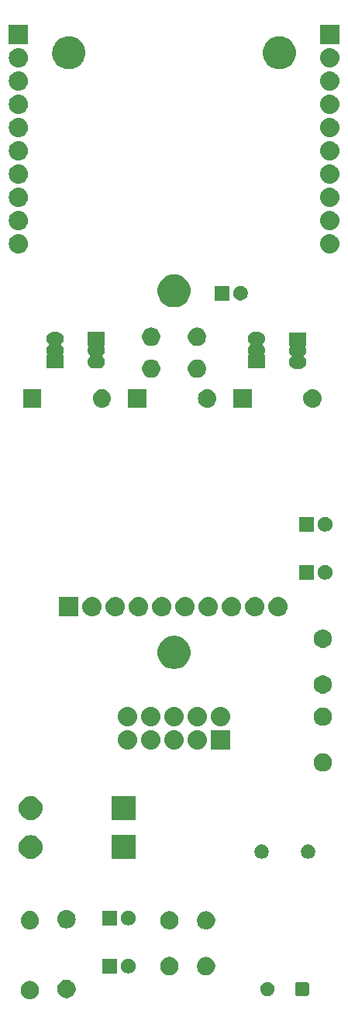
<source format=gbs>
G04 #@! TF.GenerationSoftware,KiCad,Pcbnew,(5.0.2)-1*
G04 #@! TF.CreationDate,2019-04-04T16:09:54+02:00*
G04 #@! TF.ProjectId,Corona_mainBoard,436f726f-6e61-45f6-9d61-696e426f6172,1*
G04 #@! TF.SameCoordinates,Original*
G04 #@! TF.FileFunction,Soldermask,Bot*
G04 #@! TF.FilePolarity,Negative*
%FSLAX46Y46*%
G04 Gerber Fmt 4.6, Leading zero omitted, Abs format (unit mm)*
G04 Created by KiCad (PCBNEW (5.0.2)-1) date 04/04/2019 16:09:54*
%MOMM*%
%LPD*%
G01*
G04 APERTURE LIST*
%ADD10C,0.100000*%
G04 APERTURE END LIST*
D10*
G36*
X3425770Y-104885372D02*
X3541689Y-104908429D01*
X3723678Y-104983811D01*
X3887463Y-105093249D01*
X4026751Y-105232537D01*
X4136189Y-105396322D01*
X4211571Y-105578311D01*
X4250000Y-105771509D01*
X4250000Y-105968491D01*
X4211571Y-106161689D01*
X4136189Y-106343678D01*
X4026751Y-106507463D01*
X3887463Y-106646751D01*
X3723678Y-106756189D01*
X3541689Y-106831571D01*
X3425770Y-106854628D01*
X3348493Y-106870000D01*
X3151507Y-106870000D01*
X3074230Y-106854628D01*
X2958311Y-106831571D01*
X2776322Y-106756189D01*
X2612537Y-106646751D01*
X2473249Y-106507463D01*
X2363811Y-106343678D01*
X2288429Y-106161689D01*
X2250000Y-105968491D01*
X2250000Y-105771509D01*
X2288429Y-105578311D01*
X2363811Y-105396322D01*
X2473249Y-105232537D01*
X2612537Y-105093249D01*
X2776322Y-104983811D01*
X2958311Y-104908429D01*
X3074230Y-104885372D01*
X3151507Y-104870000D01*
X3348493Y-104870000D01*
X3425770Y-104885372D01*
X3425770Y-104885372D01*
G37*
G36*
X7425770Y-104765372D02*
X7541689Y-104788429D01*
X7723678Y-104863811D01*
X7887463Y-104973249D01*
X8026751Y-105112537D01*
X8136189Y-105276322D01*
X8211571Y-105458311D01*
X8250000Y-105651509D01*
X8250000Y-105848491D01*
X8211571Y-106041689D01*
X8136189Y-106223678D01*
X8026751Y-106387463D01*
X7887463Y-106526751D01*
X7723678Y-106636189D01*
X7541689Y-106711571D01*
X7425770Y-106734628D01*
X7348493Y-106750000D01*
X7151507Y-106750000D01*
X7074230Y-106734628D01*
X6958311Y-106711571D01*
X6776322Y-106636189D01*
X6612537Y-106526751D01*
X6473249Y-106387463D01*
X6363811Y-106223678D01*
X6288429Y-106041689D01*
X6250000Y-105848491D01*
X6250000Y-105651509D01*
X6288429Y-105458311D01*
X6363811Y-105276322D01*
X6473249Y-105112537D01*
X6612537Y-104973249D01*
X6776322Y-104863811D01*
X6958311Y-104788429D01*
X7074230Y-104765372D01*
X7151507Y-104750000D01*
X7348493Y-104750000D01*
X7425770Y-104765372D01*
X7425770Y-104765372D01*
G37*
G36*
X29426059Y-105004782D02*
X29567099Y-105063203D01*
X29694037Y-105148020D01*
X29801980Y-105255963D01*
X29886797Y-105382901D01*
X29945218Y-105523941D01*
X29975000Y-105673668D01*
X29975000Y-105826332D01*
X29945218Y-105976059D01*
X29886797Y-106117099D01*
X29801980Y-106244037D01*
X29694037Y-106351980D01*
X29567099Y-106436797D01*
X29426059Y-106495218D01*
X29276332Y-106525000D01*
X29123668Y-106525000D01*
X28973941Y-106495218D01*
X28832901Y-106436797D01*
X28705963Y-106351980D01*
X28598020Y-106244037D01*
X28513203Y-106117099D01*
X28454782Y-105976059D01*
X28425000Y-105826332D01*
X28425000Y-105673668D01*
X28454782Y-105523941D01*
X28513203Y-105382901D01*
X28598020Y-105255963D01*
X28705963Y-105148020D01*
X28832901Y-105063203D01*
X28973941Y-105004782D01*
X29123668Y-104975000D01*
X29276332Y-104975000D01*
X29426059Y-105004782D01*
X29426059Y-105004782D01*
G37*
G36*
X33513286Y-104981838D02*
X33574142Y-105000298D01*
X33630226Y-105030276D01*
X33679382Y-105070618D01*
X33719724Y-105119774D01*
X33749702Y-105175858D01*
X33768162Y-105236714D01*
X33775000Y-105306141D01*
X33775000Y-106193859D01*
X33768162Y-106263286D01*
X33749702Y-106324142D01*
X33719724Y-106380226D01*
X33679382Y-106429382D01*
X33630226Y-106469724D01*
X33574142Y-106499702D01*
X33513286Y-106518162D01*
X33443859Y-106525000D01*
X32556141Y-106525000D01*
X32486714Y-106518162D01*
X32425858Y-106499702D01*
X32369774Y-106469724D01*
X32320618Y-106429382D01*
X32280276Y-106380226D01*
X32250298Y-106324142D01*
X32231838Y-106263286D01*
X32225000Y-106193859D01*
X32225000Y-105306141D01*
X32231838Y-105236714D01*
X32250298Y-105175858D01*
X32280276Y-105119774D01*
X32320618Y-105070618D01*
X32369774Y-105030276D01*
X32425858Y-105000298D01*
X32486714Y-104981838D01*
X32556141Y-104975000D01*
X33443859Y-104975000D01*
X33513286Y-104981838D01*
X33513286Y-104981838D01*
G37*
G36*
X18675770Y-102265372D02*
X18791689Y-102288429D01*
X18973678Y-102363811D01*
X19137463Y-102473249D01*
X19276751Y-102612537D01*
X19386189Y-102776322D01*
X19461571Y-102958311D01*
X19500000Y-103151509D01*
X19500000Y-103348491D01*
X19461571Y-103541689D01*
X19386189Y-103723678D01*
X19276751Y-103887463D01*
X19137463Y-104026751D01*
X18973678Y-104136189D01*
X18791689Y-104211571D01*
X18675770Y-104234628D01*
X18598493Y-104250000D01*
X18401507Y-104250000D01*
X18324230Y-104234628D01*
X18208311Y-104211571D01*
X18026322Y-104136189D01*
X17862537Y-104026751D01*
X17723249Y-103887463D01*
X17613811Y-103723678D01*
X17538429Y-103541689D01*
X17500000Y-103348491D01*
X17500000Y-103151509D01*
X17538429Y-102958311D01*
X17613811Y-102776322D01*
X17723249Y-102612537D01*
X17862537Y-102473249D01*
X18026322Y-102363811D01*
X18208311Y-102288429D01*
X18324230Y-102265372D01*
X18401507Y-102250000D01*
X18598493Y-102250000D01*
X18675770Y-102265372D01*
X18675770Y-102265372D01*
G37*
G36*
X22675770Y-102265372D02*
X22791689Y-102288429D01*
X22973678Y-102363811D01*
X23137463Y-102473249D01*
X23276751Y-102612537D01*
X23386189Y-102776322D01*
X23461571Y-102958311D01*
X23500000Y-103151509D01*
X23500000Y-103348491D01*
X23461571Y-103541689D01*
X23386189Y-103723678D01*
X23276751Y-103887463D01*
X23137463Y-104026751D01*
X22973678Y-104136189D01*
X22791689Y-104211571D01*
X22675770Y-104234628D01*
X22598493Y-104250000D01*
X22401507Y-104250000D01*
X22324230Y-104234628D01*
X22208311Y-104211571D01*
X22026322Y-104136189D01*
X21862537Y-104026751D01*
X21723249Y-103887463D01*
X21613811Y-103723678D01*
X21538429Y-103541689D01*
X21500000Y-103348491D01*
X21500000Y-103151509D01*
X21538429Y-102958311D01*
X21613811Y-102776322D01*
X21723249Y-102612537D01*
X21862537Y-102473249D01*
X22026322Y-102363811D01*
X22208311Y-102288429D01*
X22324230Y-102265372D01*
X22401507Y-102250000D01*
X22598493Y-102250000D01*
X22675770Y-102265372D01*
X22675770Y-102265372D01*
G37*
G36*
X14233352Y-102480743D02*
X14378941Y-102541048D01*
X14509973Y-102628601D01*
X14621399Y-102740027D01*
X14708952Y-102871059D01*
X14769257Y-103016648D01*
X14800000Y-103171205D01*
X14800000Y-103328795D01*
X14769257Y-103483352D01*
X14708952Y-103628941D01*
X14621399Y-103759973D01*
X14509973Y-103871399D01*
X14378941Y-103958952D01*
X14233352Y-104019257D01*
X14078795Y-104050000D01*
X13921205Y-104050000D01*
X13766648Y-104019257D01*
X13621059Y-103958952D01*
X13490027Y-103871399D01*
X13378601Y-103759973D01*
X13291048Y-103628941D01*
X13230743Y-103483352D01*
X13200000Y-103328795D01*
X13200000Y-103171205D01*
X13230743Y-103016648D01*
X13291048Y-102871059D01*
X13378601Y-102740027D01*
X13490027Y-102628601D01*
X13621059Y-102541048D01*
X13766648Y-102480743D01*
X13921205Y-102450000D01*
X14078795Y-102450000D01*
X14233352Y-102480743D01*
X14233352Y-102480743D01*
G37*
G36*
X12800000Y-104050000D02*
X11200000Y-104050000D01*
X11200000Y-102450000D01*
X12800000Y-102450000D01*
X12800000Y-104050000D01*
X12800000Y-104050000D01*
G37*
G36*
X22675770Y-97265372D02*
X22791689Y-97288429D01*
X22973678Y-97363811D01*
X23137463Y-97473249D01*
X23276751Y-97612537D01*
X23386189Y-97776322D01*
X23461571Y-97958311D01*
X23500000Y-98151509D01*
X23500000Y-98348491D01*
X23461571Y-98541689D01*
X23386189Y-98723678D01*
X23276751Y-98887463D01*
X23137463Y-99026751D01*
X22973678Y-99136189D01*
X22791689Y-99211571D01*
X22675770Y-99234628D01*
X22598493Y-99250000D01*
X22401507Y-99250000D01*
X22324230Y-99234628D01*
X22208311Y-99211571D01*
X22026322Y-99136189D01*
X21862537Y-99026751D01*
X21723249Y-98887463D01*
X21613811Y-98723678D01*
X21538429Y-98541689D01*
X21500000Y-98348491D01*
X21500000Y-98151509D01*
X21538429Y-97958311D01*
X21613811Y-97776322D01*
X21723249Y-97612537D01*
X21862537Y-97473249D01*
X22026322Y-97363811D01*
X22208311Y-97288429D01*
X22324230Y-97265372D01*
X22401507Y-97250000D01*
X22598493Y-97250000D01*
X22675770Y-97265372D01*
X22675770Y-97265372D01*
G37*
G36*
X3446030Y-97264469D02*
X3446033Y-97264470D01*
X3446034Y-97264470D01*
X3634535Y-97321651D01*
X3634537Y-97321652D01*
X3808260Y-97414509D01*
X3960528Y-97539472D01*
X4085491Y-97691740D01*
X4085492Y-97691742D01*
X4178349Y-97865465D01*
X4206513Y-97958311D01*
X4235531Y-98053970D01*
X4254838Y-98250000D01*
X4235531Y-98446030D01*
X4235530Y-98446033D01*
X4235530Y-98446034D01*
X4182334Y-98621399D01*
X4178348Y-98634537D01*
X4085491Y-98808260D01*
X3960528Y-98960528D01*
X3808260Y-99085491D01*
X3713411Y-99136189D01*
X3634535Y-99178349D01*
X3446034Y-99235530D01*
X3446033Y-99235530D01*
X3446030Y-99235531D01*
X3299124Y-99250000D01*
X3200876Y-99250000D01*
X3053970Y-99235531D01*
X3053967Y-99235530D01*
X3053966Y-99235530D01*
X2865465Y-99178349D01*
X2786589Y-99136189D01*
X2691740Y-99085491D01*
X2539472Y-98960528D01*
X2414509Y-98808260D01*
X2321652Y-98634537D01*
X2317667Y-98621399D01*
X2264470Y-98446034D01*
X2264470Y-98446033D01*
X2264469Y-98446030D01*
X2245162Y-98250000D01*
X2264469Y-98053970D01*
X2293487Y-97958311D01*
X2321651Y-97865465D01*
X2414508Y-97691742D01*
X2414509Y-97691740D01*
X2539472Y-97539472D01*
X2691740Y-97414509D01*
X2865463Y-97321652D01*
X2865465Y-97321651D01*
X3053966Y-97264470D01*
X3053967Y-97264470D01*
X3053970Y-97264469D01*
X3200876Y-97250000D01*
X3299124Y-97250000D01*
X3446030Y-97264469D01*
X3446030Y-97264469D01*
G37*
G36*
X18675770Y-97265372D02*
X18791689Y-97288429D01*
X18973678Y-97363811D01*
X19137463Y-97473249D01*
X19276751Y-97612537D01*
X19386189Y-97776322D01*
X19461571Y-97958311D01*
X19500000Y-98151509D01*
X19500000Y-98348491D01*
X19461571Y-98541689D01*
X19386189Y-98723678D01*
X19276751Y-98887463D01*
X19137463Y-99026751D01*
X18973678Y-99136189D01*
X18791689Y-99211571D01*
X18675770Y-99234628D01*
X18598493Y-99250000D01*
X18401507Y-99250000D01*
X18324230Y-99234628D01*
X18208311Y-99211571D01*
X18026322Y-99136189D01*
X17862537Y-99026751D01*
X17723249Y-98887463D01*
X17613811Y-98723678D01*
X17538429Y-98541689D01*
X17500000Y-98348491D01*
X17500000Y-98151509D01*
X17538429Y-97958311D01*
X17613811Y-97776322D01*
X17723249Y-97612537D01*
X17862537Y-97473249D01*
X18026322Y-97363811D01*
X18208311Y-97288429D01*
X18324230Y-97265372D01*
X18401507Y-97250000D01*
X18598493Y-97250000D01*
X18675770Y-97265372D01*
X18675770Y-97265372D01*
G37*
G36*
X7446030Y-97144469D02*
X7446033Y-97144470D01*
X7446034Y-97144470D01*
X7634535Y-97201651D01*
X7634537Y-97201652D01*
X7808260Y-97294509D01*
X7960528Y-97419472D01*
X8085491Y-97571740D01*
X8085492Y-97571742D01*
X8178349Y-97745465D01*
X8235530Y-97933966D01*
X8235531Y-97933970D01*
X8254838Y-98130000D01*
X8235531Y-98326030D01*
X8235530Y-98326033D01*
X8235530Y-98326034D01*
X8179733Y-98509973D01*
X8178348Y-98514537D01*
X8085491Y-98688260D01*
X7960528Y-98840528D01*
X7808260Y-98965491D01*
X7808258Y-98965492D01*
X7634535Y-99058349D01*
X7446034Y-99115530D01*
X7446033Y-99115530D01*
X7446030Y-99115531D01*
X7299124Y-99130000D01*
X7200876Y-99130000D01*
X7053970Y-99115531D01*
X7053967Y-99115530D01*
X7053966Y-99115530D01*
X6865465Y-99058349D01*
X6691742Y-98965492D01*
X6691740Y-98965491D01*
X6539472Y-98840528D01*
X6414509Y-98688260D01*
X6321652Y-98514537D01*
X6320268Y-98509973D01*
X6264470Y-98326034D01*
X6264470Y-98326033D01*
X6264469Y-98326030D01*
X6245162Y-98130000D01*
X6264469Y-97933970D01*
X6264470Y-97933966D01*
X6321651Y-97745465D01*
X6414508Y-97571742D01*
X6414509Y-97571740D01*
X6539472Y-97419472D01*
X6691740Y-97294509D01*
X6865463Y-97201652D01*
X6865465Y-97201651D01*
X7053966Y-97144470D01*
X7053967Y-97144470D01*
X7053970Y-97144469D01*
X7200876Y-97130000D01*
X7299124Y-97130000D01*
X7446030Y-97144469D01*
X7446030Y-97144469D01*
G37*
G36*
X14233352Y-97230743D02*
X14378941Y-97291048D01*
X14509973Y-97378601D01*
X14621399Y-97490027D01*
X14708952Y-97621059D01*
X14769257Y-97766648D01*
X14800000Y-97921205D01*
X14800000Y-98078795D01*
X14769257Y-98233352D01*
X14708952Y-98378941D01*
X14621399Y-98509973D01*
X14509973Y-98621399D01*
X14378941Y-98708952D01*
X14233352Y-98769257D01*
X14078795Y-98800000D01*
X13921205Y-98800000D01*
X13766648Y-98769257D01*
X13621059Y-98708952D01*
X13490027Y-98621399D01*
X13378601Y-98509973D01*
X13291048Y-98378941D01*
X13230743Y-98233352D01*
X13200000Y-98078795D01*
X13200000Y-97921205D01*
X13230743Y-97766648D01*
X13291048Y-97621059D01*
X13378601Y-97490027D01*
X13490027Y-97378601D01*
X13621059Y-97291048D01*
X13766648Y-97230743D01*
X13921205Y-97200000D01*
X14078795Y-97200000D01*
X14233352Y-97230743D01*
X14233352Y-97230743D01*
G37*
G36*
X12800000Y-98800000D02*
X11200000Y-98800000D01*
X11200000Y-97200000D01*
X12800000Y-97200000D01*
X12800000Y-98800000D01*
X12800000Y-98800000D01*
G37*
G36*
X14800000Y-91550000D02*
X12200000Y-91550000D01*
X12200000Y-88950000D01*
X14800000Y-88950000D01*
X14800000Y-91550000D01*
X14800000Y-91550000D01*
G37*
G36*
X3594845Y-88968810D02*
X3839896Y-89043145D01*
X4065736Y-89163860D01*
X4263687Y-89326313D01*
X4426140Y-89524264D01*
X4546855Y-89750104D01*
X4621190Y-89995155D01*
X4646290Y-90250000D01*
X4621190Y-90504845D01*
X4546855Y-90749896D01*
X4426140Y-90975736D01*
X4263687Y-91173687D01*
X4065736Y-91336140D01*
X3839896Y-91456855D01*
X3594845Y-91531190D01*
X3403864Y-91550000D01*
X3276136Y-91550000D01*
X3085155Y-91531190D01*
X2840104Y-91456855D01*
X2614264Y-91336140D01*
X2416313Y-91173687D01*
X2253860Y-90975736D01*
X2133145Y-90749896D01*
X2058810Y-90504845D01*
X2033710Y-90250000D01*
X2058810Y-89995155D01*
X2133145Y-89750104D01*
X2253860Y-89524264D01*
X2416313Y-89326313D01*
X2614264Y-89163860D01*
X2840104Y-89043145D01*
X3085155Y-88968810D01*
X3276136Y-88950000D01*
X3403864Y-88950000D01*
X3594845Y-88968810D01*
X3594845Y-88968810D01*
G37*
G36*
X28786059Y-90004782D02*
X28927099Y-90063203D01*
X29054037Y-90148020D01*
X29161980Y-90255963D01*
X29246797Y-90382901D01*
X29305218Y-90523941D01*
X29335000Y-90673668D01*
X29335000Y-90826332D01*
X29305218Y-90976059D01*
X29246797Y-91117099D01*
X29161980Y-91244037D01*
X29054037Y-91351980D01*
X28927099Y-91436797D01*
X28786059Y-91495218D01*
X28636332Y-91525000D01*
X28483668Y-91525000D01*
X28333941Y-91495218D01*
X28192901Y-91436797D01*
X28065963Y-91351980D01*
X27958020Y-91244037D01*
X27873203Y-91117099D01*
X27814782Y-90976059D01*
X27785000Y-90826332D01*
X27785000Y-90673668D01*
X27814782Y-90523941D01*
X27873203Y-90382901D01*
X27958020Y-90255963D01*
X28065963Y-90148020D01*
X28192901Y-90063203D01*
X28333941Y-90004782D01*
X28483668Y-89975000D01*
X28636332Y-89975000D01*
X28786059Y-90004782D01*
X28786059Y-90004782D01*
G37*
G36*
X33866059Y-90004782D02*
X34007099Y-90063203D01*
X34134037Y-90148020D01*
X34241980Y-90255963D01*
X34326797Y-90382901D01*
X34385218Y-90523941D01*
X34415000Y-90673668D01*
X34415000Y-90826332D01*
X34385218Y-90976059D01*
X34326797Y-91117099D01*
X34241980Y-91244037D01*
X34134037Y-91351980D01*
X34007099Y-91436797D01*
X33866059Y-91495218D01*
X33716332Y-91525000D01*
X33563668Y-91525000D01*
X33413941Y-91495218D01*
X33272901Y-91436797D01*
X33145963Y-91351980D01*
X33038020Y-91244037D01*
X32953203Y-91117099D01*
X32894782Y-90976059D01*
X32865000Y-90826332D01*
X32865000Y-90673668D01*
X32894782Y-90523941D01*
X32953203Y-90382901D01*
X33038020Y-90255963D01*
X33145963Y-90148020D01*
X33272901Y-90063203D01*
X33413941Y-90004782D01*
X33563668Y-89975000D01*
X33716332Y-89975000D01*
X33866059Y-90004782D01*
X33866059Y-90004782D01*
G37*
G36*
X14800000Y-87300000D02*
X12200000Y-87300000D01*
X12200000Y-84700000D01*
X14800000Y-84700000D01*
X14800000Y-87300000D01*
X14800000Y-87300000D01*
G37*
G36*
X3594845Y-84718810D02*
X3839896Y-84793145D01*
X4065736Y-84913860D01*
X4263687Y-85076313D01*
X4426140Y-85274264D01*
X4546855Y-85500104D01*
X4621190Y-85745155D01*
X4646290Y-86000000D01*
X4621190Y-86254845D01*
X4546855Y-86499896D01*
X4426140Y-86725736D01*
X4263687Y-86923687D01*
X4065736Y-87086140D01*
X3839896Y-87206855D01*
X3594845Y-87281190D01*
X3403864Y-87300000D01*
X3276136Y-87300000D01*
X3085155Y-87281190D01*
X2840104Y-87206855D01*
X2614264Y-87086140D01*
X2416313Y-86923687D01*
X2253860Y-86725736D01*
X2133145Y-86499896D01*
X2058810Y-86254845D01*
X2033710Y-86000000D01*
X2058810Y-85745155D01*
X2133145Y-85500104D01*
X2253860Y-85274264D01*
X2416313Y-85076313D01*
X2614264Y-84913860D01*
X2840104Y-84793145D01*
X3085155Y-84718810D01*
X3276136Y-84700000D01*
X3403864Y-84700000D01*
X3594845Y-84718810D01*
X3594845Y-84718810D01*
G37*
G36*
X35425770Y-80015372D02*
X35541689Y-80038429D01*
X35723678Y-80113811D01*
X35887463Y-80223249D01*
X36026751Y-80362537D01*
X36136189Y-80526322D01*
X36211571Y-80708311D01*
X36250000Y-80901509D01*
X36250000Y-81098491D01*
X36211571Y-81291689D01*
X36136189Y-81473678D01*
X36026751Y-81637463D01*
X35887463Y-81776751D01*
X35723678Y-81886189D01*
X35541689Y-81961571D01*
X35425770Y-81984628D01*
X35348493Y-82000000D01*
X35151507Y-82000000D01*
X35074230Y-81984628D01*
X34958311Y-81961571D01*
X34776322Y-81886189D01*
X34612537Y-81776751D01*
X34473249Y-81637463D01*
X34363811Y-81473678D01*
X34288429Y-81291689D01*
X34250000Y-81098491D01*
X34250000Y-80901509D01*
X34288429Y-80708311D01*
X34363811Y-80526322D01*
X34473249Y-80362537D01*
X34612537Y-80223249D01*
X34776322Y-80113811D01*
X34958311Y-80038429D01*
X35074230Y-80015372D01*
X35151507Y-80000000D01*
X35348493Y-80000000D01*
X35425770Y-80015372D01*
X35425770Y-80015372D01*
G37*
G36*
X19208503Y-77491789D02*
X19408991Y-77552607D01*
X19593764Y-77651369D01*
X19755718Y-77784282D01*
X19888631Y-77946236D01*
X19987393Y-78131009D01*
X20048211Y-78331497D01*
X20068746Y-78540000D01*
X20048211Y-78748503D01*
X19987393Y-78948991D01*
X19888631Y-79133764D01*
X19755718Y-79295718D01*
X19593764Y-79428631D01*
X19408991Y-79527393D01*
X19208503Y-79588211D01*
X19052251Y-79603600D01*
X18947749Y-79603600D01*
X18791497Y-79588211D01*
X18591009Y-79527393D01*
X18406236Y-79428631D01*
X18244282Y-79295718D01*
X18111369Y-79133764D01*
X18012607Y-78948991D01*
X17951789Y-78748503D01*
X17931254Y-78540000D01*
X17951789Y-78331497D01*
X18012607Y-78131009D01*
X18111369Y-77946236D01*
X18244282Y-77784282D01*
X18406236Y-77651369D01*
X18591009Y-77552607D01*
X18791497Y-77491789D01*
X18947749Y-77476400D01*
X19052251Y-77476400D01*
X19208503Y-77491789D01*
X19208503Y-77491789D01*
G37*
G36*
X16668503Y-77491789D02*
X16868991Y-77552607D01*
X17053764Y-77651369D01*
X17215718Y-77784282D01*
X17348631Y-77946236D01*
X17447393Y-78131009D01*
X17508211Y-78331497D01*
X17528746Y-78540000D01*
X17508211Y-78748503D01*
X17447393Y-78948991D01*
X17348631Y-79133764D01*
X17215718Y-79295718D01*
X17053764Y-79428631D01*
X16868991Y-79527393D01*
X16668503Y-79588211D01*
X16512251Y-79603600D01*
X16407749Y-79603600D01*
X16251497Y-79588211D01*
X16051009Y-79527393D01*
X15866236Y-79428631D01*
X15704282Y-79295718D01*
X15571369Y-79133764D01*
X15472607Y-78948991D01*
X15411789Y-78748503D01*
X15391254Y-78540000D01*
X15411789Y-78331497D01*
X15472607Y-78131009D01*
X15571369Y-77946236D01*
X15704282Y-77784282D01*
X15866236Y-77651369D01*
X16051009Y-77552607D01*
X16251497Y-77491789D01*
X16407749Y-77476400D01*
X16512251Y-77476400D01*
X16668503Y-77491789D01*
X16668503Y-77491789D01*
G37*
G36*
X25143600Y-79603600D02*
X23016400Y-79603600D01*
X23016400Y-77476400D01*
X25143600Y-77476400D01*
X25143600Y-79603600D01*
X25143600Y-79603600D01*
G37*
G36*
X14128503Y-77491789D02*
X14328991Y-77552607D01*
X14513764Y-77651369D01*
X14675718Y-77784282D01*
X14808631Y-77946236D01*
X14907393Y-78131009D01*
X14968211Y-78331497D01*
X14988746Y-78540000D01*
X14968211Y-78748503D01*
X14907393Y-78948991D01*
X14808631Y-79133764D01*
X14675718Y-79295718D01*
X14513764Y-79428631D01*
X14328991Y-79527393D01*
X14128503Y-79588211D01*
X13972251Y-79603600D01*
X13867749Y-79603600D01*
X13711497Y-79588211D01*
X13511009Y-79527393D01*
X13326236Y-79428631D01*
X13164282Y-79295718D01*
X13031369Y-79133764D01*
X12932607Y-78948991D01*
X12871789Y-78748503D01*
X12851254Y-78540000D01*
X12871789Y-78331497D01*
X12932607Y-78131009D01*
X13031369Y-77946236D01*
X13164282Y-77784282D01*
X13326236Y-77651369D01*
X13511009Y-77552607D01*
X13711497Y-77491789D01*
X13867749Y-77476400D01*
X13972251Y-77476400D01*
X14128503Y-77491789D01*
X14128503Y-77491789D01*
G37*
G36*
X21748503Y-77491789D02*
X21948991Y-77552607D01*
X22133764Y-77651369D01*
X22295718Y-77784282D01*
X22428631Y-77946236D01*
X22527393Y-78131009D01*
X22588211Y-78331497D01*
X22608746Y-78540000D01*
X22588211Y-78748503D01*
X22527393Y-78948991D01*
X22428631Y-79133764D01*
X22295718Y-79295718D01*
X22133764Y-79428631D01*
X21948991Y-79527393D01*
X21748503Y-79588211D01*
X21592251Y-79603600D01*
X21487749Y-79603600D01*
X21331497Y-79588211D01*
X21131009Y-79527393D01*
X20946236Y-79428631D01*
X20784282Y-79295718D01*
X20651369Y-79133764D01*
X20552607Y-78948991D01*
X20491789Y-78748503D01*
X20471254Y-78540000D01*
X20491789Y-78331497D01*
X20552607Y-78131009D01*
X20651369Y-77946236D01*
X20784282Y-77784282D01*
X20946236Y-77651369D01*
X21131009Y-77552607D01*
X21331497Y-77491789D01*
X21487749Y-77476400D01*
X21592251Y-77476400D01*
X21748503Y-77491789D01*
X21748503Y-77491789D01*
G37*
G36*
X21748503Y-74951789D02*
X21948991Y-75012607D01*
X22133764Y-75111369D01*
X22295718Y-75244282D01*
X22428631Y-75406236D01*
X22527393Y-75591009D01*
X22588211Y-75791497D01*
X22608746Y-76000000D01*
X22588211Y-76208503D01*
X22527393Y-76408991D01*
X22428631Y-76593764D01*
X22295718Y-76755718D01*
X22133764Y-76888631D01*
X21948991Y-76987393D01*
X21748503Y-77048211D01*
X21592251Y-77063600D01*
X21487749Y-77063600D01*
X21331497Y-77048211D01*
X21131009Y-76987393D01*
X20946236Y-76888631D01*
X20784282Y-76755718D01*
X20651369Y-76593764D01*
X20552607Y-76408991D01*
X20491789Y-76208503D01*
X20471254Y-76000000D01*
X20491789Y-75791497D01*
X20552607Y-75591009D01*
X20651369Y-75406236D01*
X20784282Y-75244282D01*
X20946236Y-75111369D01*
X21131009Y-75012607D01*
X21331497Y-74951789D01*
X21487749Y-74936400D01*
X21592251Y-74936400D01*
X21748503Y-74951789D01*
X21748503Y-74951789D01*
G37*
G36*
X19208503Y-74951789D02*
X19408991Y-75012607D01*
X19593764Y-75111369D01*
X19755718Y-75244282D01*
X19888631Y-75406236D01*
X19987393Y-75591009D01*
X20048211Y-75791497D01*
X20068746Y-76000000D01*
X20048211Y-76208503D01*
X19987393Y-76408991D01*
X19888631Y-76593764D01*
X19755718Y-76755718D01*
X19593764Y-76888631D01*
X19408991Y-76987393D01*
X19208503Y-77048211D01*
X19052251Y-77063600D01*
X18947749Y-77063600D01*
X18791497Y-77048211D01*
X18591009Y-76987393D01*
X18406236Y-76888631D01*
X18244282Y-76755718D01*
X18111369Y-76593764D01*
X18012607Y-76408991D01*
X17951789Y-76208503D01*
X17931254Y-76000000D01*
X17951789Y-75791497D01*
X18012607Y-75591009D01*
X18111369Y-75406236D01*
X18244282Y-75244282D01*
X18406236Y-75111369D01*
X18591009Y-75012607D01*
X18791497Y-74951789D01*
X18947749Y-74936400D01*
X19052251Y-74936400D01*
X19208503Y-74951789D01*
X19208503Y-74951789D01*
G37*
G36*
X24288503Y-74951789D02*
X24488991Y-75012607D01*
X24673764Y-75111369D01*
X24835718Y-75244282D01*
X24968631Y-75406236D01*
X25067393Y-75591009D01*
X25128211Y-75791497D01*
X25148746Y-76000000D01*
X25128211Y-76208503D01*
X25067393Y-76408991D01*
X24968631Y-76593764D01*
X24835718Y-76755718D01*
X24673764Y-76888631D01*
X24488991Y-76987393D01*
X24288503Y-77048211D01*
X24132251Y-77063600D01*
X24027749Y-77063600D01*
X23871497Y-77048211D01*
X23671009Y-76987393D01*
X23486236Y-76888631D01*
X23324282Y-76755718D01*
X23191369Y-76593764D01*
X23092607Y-76408991D01*
X23031789Y-76208503D01*
X23011254Y-76000000D01*
X23031789Y-75791497D01*
X23092607Y-75591009D01*
X23191369Y-75406236D01*
X23324282Y-75244282D01*
X23486236Y-75111369D01*
X23671009Y-75012607D01*
X23871497Y-74951789D01*
X24027749Y-74936400D01*
X24132251Y-74936400D01*
X24288503Y-74951789D01*
X24288503Y-74951789D01*
G37*
G36*
X16668503Y-74951789D02*
X16868991Y-75012607D01*
X17053764Y-75111369D01*
X17215718Y-75244282D01*
X17348631Y-75406236D01*
X17447393Y-75591009D01*
X17508211Y-75791497D01*
X17528746Y-76000000D01*
X17508211Y-76208503D01*
X17447393Y-76408991D01*
X17348631Y-76593764D01*
X17215718Y-76755718D01*
X17053764Y-76888631D01*
X16868991Y-76987393D01*
X16668503Y-77048211D01*
X16512251Y-77063600D01*
X16407749Y-77063600D01*
X16251497Y-77048211D01*
X16051009Y-76987393D01*
X15866236Y-76888631D01*
X15704282Y-76755718D01*
X15571369Y-76593764D01*
X15472607Y-76408991D01*
X15411789Y-76208503D01*
X15391254Y-76000000D01*
X15411789Y-75791497D01*
X15472607Y-75591009D01*
X15571369Y-75406236D01*
X15704282Y-75244282D01*
X15866236Y-75111369D01*
X16051009Y-75012607D01*
X16251497Y-74951789D01*
X16407749Y-74936400D01*
X16512251Y-74936400D01*
X16668503Y-74951789D01*
X16668503Y-74951789D01*
G37*
G36*
X14128503Y-74951789D02*
X14328991Y-75012607D01*
X14513764Y-75111369D01*
X14675718Y-75244282D01*
X14808631Y-75406236D01*
X14907393Y-75591009D01*
X14968211Y-75791497D01*
X14988746Y-76000000D01*
X14968211Y-76208503D01*
X14907393Y-76408991D01*
X14808631Y-76593764D01*
X14675718Y-76755718D01*
X14513764Y-76888631D01*
X14328991Y-76987393D01*
X14128503Y-77048211D01*
X13972251Y-77063600D01*
X13867749Y-77063600D01*
X13711497Y-77048211D01*
X13511009Y-76987393D01*
X13326236Y-76888631D01*
X13164282Y-76755718D01*
X13031369Y-76593764D01*
X12932607Y-76408991D01*
X12871789Y-76208503D01*
X12851254Y-76000000D01*
X12871789Y-75791497D01*
X12932607Y-75591009D01*
X13031369Y-75406236D01*
X13164282Y-75244282D01*
X13326236Y-75111369D01*
X13511009Y-75012607D01*
X13711497Y-74951789D01*
X13867749Y-74936400D01*
X13972251Y-74936400D01*
X14128503Y-74951789D01*
X14128503Y-74951789D01*
G37*
G36*
X35425770Y-75015372D02*
X35541689Y-75038429D01*
X35723678Y-75113811D01*
X35887463Y-75223249D01*
X36026751Y-75362537D01*
X36136189Y-75526322D01*
X36211571Y-75708311D01*
X36250000Y-75901509D01*
X36250000Y-76098491D01*
X36211571Y-76291689D01*
X36136189Y-76473678D01*
X36026751Y-76637463D01*
X35887463Y-76776751D01*
X35723678Y-76886189D01*
X35541689Y-76961571D01*
X35425770Y-76984628D01*
X35348493Y-77000000D01*
X35151507Y-77000000D01*
X35074230Y-76984628D01*
X34958311Y-76961571D01*
X34776322Y-76886189D01*
X34612537Y-76776751D01*
X34473249Y-76637463D01*
X34363811Y-76473678D01*
X34288429Y-76291689D01*
X34250000Y-76098491D01*
X34250000Y-75901509D01*
X34288429Y-75708311D01*
X34363811Y-75526322D01*
X34473249Y-75362537D01*
X34612537Y-75223249D01*
X34776322Y-75113811D01*
X34958311Y-75038429D01*
X35074230Y-75015372D01*
X35151507Y-75000000D01*
X35348493Y-75000000D01*
X35425770Y-75015372D01*
X35425770Y-75015372D01*
G37*
G36*
X35425770Y-71515372D02*
X35541689Y-71538429D01*
X35723678Y-71613811D01*
X35887463Y-71723249D01*
X36026751Y-71862537D01*
X36136189Y-72026322D01*
X36211571Y-72208311D01*
X36250000Y-72401509D01*
X36250000Y-72598491D01*
X36211571Y-72791689D01*
X36136189Y-72973678D01*
X36026751Y-73137463D01*
X35887463Y-73276751D01*
X35723678Y-73386189D01*
X35541689Y-73461571D01*
X35425770Y-73484628D01*
X35348493Y-73500000D01*
X35151507Y-73500000D01*
X35074230Y-73484628D01*
X34958311Y-73461571D01*
X34776322Y-73386189D01*
X34612537Y-73276751D01*
X34473249Y-73137463D01*
X34363811Y-72973678D01*
X34288429Y-72791689D01*
X34250000Y-72598491D01*
X34250000Y-72401509D01*
X34288429Y-72208311D01*
X34363811Y-72026322D01*
X34473249Y-71862537D01*
X34612537Y-71723249D01*
X34776322Y-71613811D01*
X34958311Y-71538429D01*
X35074230Y-71515372D01*
X35151507Y-71500000D01*
X35348493Y-71500000D01*
X35425770Y-71515372D01*
X35425770Y-71515372D01*
G37*
G36*
X19409122Y-67246115D02*
X19525041Y-67269173D01*
X19852620Y-67404861D01*
X20142407Y-67598491D01*
X20147436Y-67601851D01*
X20398149Y-67852564D01*
X20398151Y-67852567D01*
X20588515Y-68137466D01*
X20595140Y-68147382D01*
X20730827Y-68474960D01*
X20800000Y-68822714D01*
X20800000Y-69177286D01*
X20730827Y-69525040D01*
X20595140Y-69852618D01*
X20398149Y-70147436D01*
X20147436Y-70398149D01*
X20147433Y-70398151D01*
X19852620Y-70595139D01*
X19525041Y-70730827D01*
X19409122Y-70753885D01*
X19177286Y-70800000D01*
X18822714Y-70800000D01*
X18590878Y-70753885D01*
X18474959Y-70730827D01*
X18147380Y-70595139D01*
X17852567Y-70398151D01*
X17852564Y-70398149D01*
X17601851Y-70147436D01*
X17404860Y-69852618D01*
X17269173Y-69525040D01*
X17200000Y-69177286D01*
X17200000Y-68822714D01*
X17269173Y-68474960D01*
X17404860Y-68147382D01*
X17411486Y-68137466D01*
X17601849Y-67852567D01*
X17601851Y-67852564D01*
X17852564Y-67601851D01*
X17857593Y-67598491D01*
X18147380Y-67404861D01*
X18474959Y-67269173D01*
X18590878Y-67246115D01*
X18822714Y-67200000D01*
X19177286Y-67200000D01*
X19409122Y-67246115D01*
X19409122Y-67246115D01*
G37*
G36*
X35425770Y-66515372D02*
X35541689Y-66538429D01*
X35723678Y-66613811D01*
X35887463Y-66723249D01*
X36026751Y-66862537D01*
X36136189Y-67026322D01*
X36211571Y-67208311D01*
X36250000Y-67401509D01*
X36250000Y-67598491D01*
X36211571Y-67791689D01*
X36136189Y-67973678D01*
X36026751Y-68137463D01*
X35887463Y-68276751D01*
X35723678Y-68386189D01*
X35541689Y-68461571D01*
X35425770Y-68484628D01*
X35348493Y-68500000D01*
X35151507Y-68500000D01*
X35074230Y-68484628D01*
X34958311Y-68461571D01*
X34776322Y-68386189D01*
X34612537Y-68276751D01*
X34473249Y-68137463D01*
X34363811Y-67973678D01*
X34288429Y-67791689D01*
X34250000Y-67598491D01*
X34250000Y-67401509D01*
X34288429Y-67208311D01*
X34363811Y-67026322D01*
X34473249Y-66862537D01*
X34612537Y-66723249D01*
X34776322Y-66613811D01*
X34958311Y-66538429D01*
X35074230Y-66515372D01*
X35151507Y-66500000D01*
X35348493Y-66500000D01*
X35425770Y-66515372D01*
X35425770Y-66515372D01*
G37*
G36*
X8550000Y-65050000D02*
X6450000Y-65050000D01*
X6450000Y-62950000D01*
X8550000Y-62950000D01*
X8550000Y-65050000D01*
X8550000Y-65050000D01*
G37*
G36*
X10168707Y-62957597D02*
X10245836Y-62965193D01*
X10377787Y-63005220D01*
X10443763Y-63025233D01*
X10626172Y-63122733D01*
X10786054Y-63253946D01*
X10917267Y-63413828D01*
X11014767Y-63596237D01*
X11014767Y-63596238D01*
X11074807Y-63794164D01*
X11095080Y-64000000D01*
X11074807Y-64205836D01*
X11034780Y-64337787D01*
X11014767Y-64403763D01*
X10917267Y-64586172D01*
X10786054Y-64746054D01*
X10626172Y-64877267D01*
X10443763Y-64974767D01*
X10377787Y-64994780D01*
X10245836Y-65034807D01*
X10168707Y-65042404D01*
X10091580Y-65050000D01*
X9988420Y-65050000D01*
X9911293Y-65042404D01*
X9834164Y-65034807D01*
X9702213Y-64994780D01*
X9636237Y-64974767D01*
X9453828Y-64877267D01*
X9293946Y-64746054D01*
X9162733Y-64586172D01*
X9065233Y-64403763D01*
X9045220Y-64337787D01*
X9005193Y-64205836D01*
X8984920Y-64000000D01*
X9005193Y-63794164D01*
X9065233Y-63596238D01*
X9065233Y-63596237D01*
X9162733Y-63413828D01*
X9293946Y-63253946D01*
X9453828Y-63122733D01*
X9636237Y-63025233D01*
X9702213Y-63005220D01*
X9834164Y-62965193D01*
X9911293Y-62957597D01*
X9988420Y-62950000D01*
X10091580Y-62950000D01*
X10168707Y-62957597D01*
X10168707Y-62957597D01*
G37*
G36*
X12708707Y-62957597D02*
X12785836Y-62965193D01*
X12917787Y-63005220D01*
X12983763Y-63025233D01*
X13166172Y-63122733D01*
X13326054Y-63253946D01*
X13457267Y-63413828D01*
X13554767Y-63596237D01*
X13554767Y-63596238D01*
X13614807Y-63794164D01*
X13635080Y-64000000D01*
X13614807Y-64205836D01*
X13574780Y-64337787D01*
X13554767Y-64403763D01*
X13457267Y-64586172D01*
X13326054Y-64746054D01*
X13166172Y-64877267D01*
X12983763Y-64974767D01*
X12917787Y-64994780D01*
X12785836Y-65034807D01*
X12708707Y-65042404D01*
X12631580Y-65050000D01*
X12528420Y-65050000D01*
X12451293Y-65042404D01*
X12374164Y-65034807D01*
X12242213Y-64994780D01*
X12176237Y-64974767D01*
X11993828Y-64877267D01*
X11833946Y-64746054D01*
X11702733Y-64586172D01*
X11605233Y-64403763D01*
X11585220Y-64337787D01*
X11545193Y-64205836D01*
X11524920Y-64000000D01*
X11545193Y-63794164D01*
X11605233Y-63596238D01*
X11605233Y-63596237D01*
X11702733Y-63413828D01*
X11833946Y-63253946D01*
X11993828Y-63122733D01*
X12176237Y-63025233D01*
X12242213Y-63005220D01*
X12374164Y-62965193D01*
X12451293Y-62957597D01*
X12528420Y-62950000D01*
X12631580Y-62950000D01*
X12708707Y-62957597D01*
X12708707Y-62957597D01*
G37*
G36*
X15248707Y-62957597D02*
X15325836Y-62965193D01*
X15457787Y-63005220D01*
X15523763Y-63025233D01*
X15706172Y-63122733D01*
X15866054Y-63253946D01*
X15997267Y-63413828D01*
X16094767Y-63596237D01*
X16094767Y-63596238D01*
X16154807Y-63794164D01*
X16175080Y-64000000D01*
X16154807Y-64205836D01*
X16114780Y-64337787D01*
X16094767Y-64403763D01*
X15997267Y-64586172D01*
X15866054Y-64746054D01*
X15706172Y-64877267D01*
X15523763Y-64974767D01*
X15457787Y-64994780D01*
X15325836Y-65034807D01*
X15248707Y-65042404D01*
X15171580Y-65050000D01*
X15068420Y-65050000D01*
X14991293Y-65042404D01*
X14914164Y-65034807D01*
X14782213Y-64994780D01*
X14716237Y-64974767D01*
X14533828Y-64877267D01*
X14373946Y-64746054D01*
X14242733Y-64586172D01*
X14145233Y-64403763D01*
X14125220Y-64337787D01*
X14085193Y-64205836D01*
X14064920Y-64000000D01*
X14085193Y-63794164D01*
X14145233Y-63596238D01*
X14145233Y-63596237D01*
X14242733Y-63413828D01*
X14373946Y-63253946D01*
X14533828Y-63122733D01*
X14716237Y-63025233D01*
X14782213Y-63005220D01*
X14914164Y-62965193D01*
X14991293Y-62957597D01*
X15068420Y-62950000D01*
X15171580Y-62950000D01*
X15248707Y-62957597D01*
X15248707Y-62957597D01*
G37*
G36*
X22868707Y-62957597D02*
X22945836Y-62965193D01*
X23077787Y-63005220D01*
X23143763Y-63025233D01*
X23326172Y-63122733D01*
X23486054Y-63253946D01*
X23617267Y-63413828D01*
X23714767Y-63596237D01*
X23714767Y-63596238D01*
X23774807Y-63794164D01*
X23795080Y-64000000D01*
X23774807Y-64205836D01*
X23734780Y-64337787D01*
X23714767Y-64403763D01*
X23617267Y-64586172D01*
X23486054Y-64746054D01*
X23326172Y-64877267D01*
X23143763Y-64974767D01*
X23077787Y-64994780D01*
X22945836Y-65034807D01*
X22868707Y-65042404D01*
X22791580Y-65050000D01*
X22688420Y-65050000D01*
X22611293Y-65042404D01*
X22534164Y-65034807D01*
X22402213Y-64994780D01*
X22336237Y-64974767D01*
X22153828Y-64877267D01*
X21993946Y-64746054D01*
X21862733Y-64586172D01*
X21765233Y-64403763D01*
X21745220Y-64337787D01*
X21705193Y-64205836D01*
X21684920Y-64000000D01*
X21705193Y-63794164D01*
X21765233Y-63596238D01*
X21765233Y-63596237D01*
X21862733Y-63413828D01*
X21993946Y-63253946D01*
X22153828Y-63122733D01*
X22336237Y-63025233D01*
X22402213Y-63005220D01*
X22534164Y-62965193D01*
X22611293Y-62957597D01*
X22688420Y-62950000D01*
X22791580Y-62950000D01*
X22868707Y-62957597D01*
X22868707Y-62957597D01*
G37*
G36*
X20328707Y-62957597D02*
X20405836Y-62965193D01*
X20537787Y-63005220D01*
X20603763Y-63025233D01*
X20786172Y-63122733D01*
X20946054Y-63253946D01*
X21077267Y-63413828D01*
X21174767Y-63596237D01*
X21174767Y-63596238D01*
X21234807Y-63794164D01*
X21255080Y-64000000D01*
X21234807Y-64205836D01*
X21194780Y-64337787D01*
X21174767Y-64403763D01*
X21077267Y-64586172D01*
X20946054Y-64746054D01*
X20786172Y-64877267D01*
X20603763Y-64974767D01*
X20537787Y-64994780D01*
X20405836Y-65034807D01*
X20328707Y-65042404D01*
X20251580Y-65050000D01*
X20148420Y-65050000D01*
X20071293Y-65042404D01*
X19994164Y-65034807D01*
X19862213Y-64994780D01*
X19796237Y-64974767D01*
X19613828Y-64877267D01*
X19453946Y-64746054D01*
X19322733Y-64586172D01*
X19225233Y-64403763D01*
X19205220Y-64337787D01*
X19165193Y-64205836D01*
X19144920Y-64000000D01*
X19165193Y-63794164D01*
X19225233Y-63596238D01*
X19225233Y-63596237D01*
X19322733Y-63413828D01*
X19453946Y-63253946D01*
X19613828Y-63122733D01*
X19796237Y-63025233D01*
X19862213Y-63005220D01*
X19994164Y-62965193D01*
X20071293Y-62957597D01*
X20148420Y-62950000D01*
X20251580Y-62950000D01*
X20328707Y-62957597D01*
X20328707Y-62957597D01*
G37*
G36*
X17788707Y-62957597D02*
X17865836Y-62965193D01*
X17997787Y-63005220D01*
X18063763Y-63025233D01*
X18246172Y-63122733D01*
X18406054Y-63253946D01*
X18537267Y-63413828D01*
X18634767Y-63596237D01*
X18634767Y-63596238D01*
X18694807Y-63794164D01*
X18715080Y-64000000D01*
X18694807Y-64205836D01*
X18654780Y-64337787D01*
X18634767Y-64403763D01*
X18537267Y-64586172D01*
X18406054Y-64746054D01*
X18246172Y-64877267D01*
X18063763Y-64974767D01*
X17997787Y-64994780D01*
X17865836Y-65034807D01*
X17788707Y-65042404D01*
X17711580Y-65050000D01*
X17608420Y-65050000D01*
X17531293Y-65042404D01*
X17454164Y-65034807D01*
X17322213Y-64994780D01*
X17256237Y-64974767D01*
X17073828Y-64877267D01*
X16913946Y-64746054D01*
X16782733Y-64586172D01*
X16685233Y-64403763D01*
X16665220Y-64337787D01*
X16625193Y-64205836D01*
X16604920Y-64000000D01*
X16625193Y-63794164D01*
X16685233Y-63596238D01*
X16685233Y-63596237D01*
X16782733Y-63413828D01*
X16913946Y-63253946D01*
X17073828Y-63122733D01*
X17256237Y-63025233D01*
X17322213Y-63005220D01*
X17454164Y-62965193D01*
X17531293Y-62957597D01*
X17608420Y-62950000D01*
X17711580Y-62950000D01*
X17788707Y-62957597D01*
X17788707Y-62957597D01*
G37*
G36*
X25408707Y-62957597D02*
X25485836Y-62965193D01*
X25617787Y-63005220D01*
X25683763Y-63025233D01*
X25866172Y-63122733D01*
X26026054Y-63253946D01*
X26157267Y-63413828D01*
X26254767Y-63596237D01*
X26254767Y-63596238D01*
X26314807Y-63794164D01*
X26335080Y-64000000D01*
X26314807Y-64205836D01*
X26274780Y-64337787D01*
X26254767Y-64403763D01*
X26157267Y-64586172D01*
X26026054Y-64746054D01*
X25866172Y-64877267D01*
X25683763Y-64974767D01*
X25617787Y-64994780D01*
X25485836Y-65034807D01*
X25408707Y-65042404D01*
X25331580Y-65050000D01*
X25228420Y-65050000D01*
X25151293Y-65042404D01*
X25074164Y-65034807D01*
X24942213Y-64994780D01*
X24876237Y-64974767D01*
X24693828Y-64877267D01*
X24533946Y-64746054D01*
X24402733Y-64586172D01*
X24305233Y-64403763D01*
X24285220Y-64337787D01*
X24245193Y-64205836D01*
X24224920Y-64000000D01*
X24245193Y-63794164D01*
X24305233Y-63596238D01*
X24305233Y-63596237D01*
X24402733Y-63413828D01*
X24533946Y-63253946D01*
X24693828Y-63122733D01*
X24876237Y-63025233D01*
X24942213Y-63005220D01*
X25074164Y-62965193D01*
X25151293Y-62957597D01*
X25228420Y-62950000D01*
X25331580Y-62950000D01*
X25408707Y-62957597D01*
X25408707Y-62957597D01*
G37*
G36*
X30488707Y-62957597D02*
X30565836Y-62965193D01*
X30697787Y-63005220D01*
X30763763Y-63025233D01*
X30946172Y-63122733D01*
X31106054Y-63253946D01*
X31237267Y-63413828D01*
X31334767Y-63596237D01*
X31334767Y-63596238D01*
X31394807Y-63794164D01*
X31415080Y-64000000D01*
X31394807Y-64205836D01*
X31354780Y-64337787D01*
X31334767Y-64403763D01*
X31237267Y-64586172D01*
X31106054Y-64746054D01*
X30946172Y-64877267D01*
X30763763Y-64974767D01*
X30697787Y-64994780D01*
X30565836Y-65034807D01*
X30488707Y-65042404D01*
X30411580Y-65050000D01*
X30308420Y-65050000D01*
X30231293Y-65042404D01*
X30154164Y-65034807D01*
X30022213Y-64994780D01*
X29956237Y-64974767D01*
X29773828Y-64877267D01*
X29613946Y-64746054D01*
X29482733Y-64586172D01*
X29385233Y-64403763D01*
X29365220Y-64337787D01*
X29325193Y-64205836D01*
X29304920Y-64000000D01*
X29325193Y-63794164D01*
X29385233Y-63596238D01*
X29385233Y-63596237D01*
X29482733Y-63413828D01*
X29613946Y-63253946D01*
X29773828Y-63122733D01*
X29956237Y-63025233D01*
X30022213Y-63005220D01*
X30154164Y-62965193D01*
X30231293Y-62957597D01*
X30308420Y-62950000D01*
X30411580Y-62950000D01*
X30488707Y-62957597D01*
X30488707Y-62957597D01*
G37*
G36*
X27948707Y-62957597D02*
X28025836Y-62965193D01*
X28157787Y-63005220D01*
X28223763Y-63025233D01*
X28406172Y-63122733D01*
X28566054Y-63253946D01*
X28697267Y-63413828D01*
X28794767Y-63596237D01*
X28794767Y-63596238D01*
X28854807Y-63794164D01*
X28875080Y-64000000D01*
X28854807Y-64205836D01*
X28814780Y-64337787D01*
X28794767Y-64403763D01*
X28697267Y-64586172D01*
X28566054Y-64746054D01*
X28406172Y-64877267D01*
X28223763Y-64974767D01*
X28157787Y-64994780D01*
X28025836Y-65034807D01*
X27948707Y-65042404D01*
X27871580Y-65050000D01*
X27768420Y-65050000D01*
X27691293Y-65042404D01*
X27614164Y-65034807D01*
X27482213Y-64994780D01*
X27416237Y-64974767D01*
X27233828Y-64877267D01*
X27073946Y-64746054D01*
X26942733Y-64586172D01*
X26845233Y-64403763D01*
X26825220Y-64337787D01*
X26785193Y-64205836D01*
X26764920Y-64000000D01*
X26785193Y-63794164D01*
X26845233Y-63596238D01*
X26845233Y-63596237D01*
X26942733Y-63413828D01*
X27073946Y-63253946D01*
X27233828Y-63122733D01*
X27416237Y-63025233D01*
X27482213Y-63005220D01*
X27614164Y-62965193D01*
X27691293Y-62957597D01*
X27768420Y-62950000D01*
X27871580Y-62950000D01*
X27948707Y-62957597D01*
X27948707Y-62957597D01*
G37*
G36*
X35733352Y-59480743D02*
X35878941Y-59541048D01*
X36009973Y-59628601D01*
X36121399Y-59740027D01*
X36208952Y-59871059D01*
X36269257Y-60016648D01*
X36300000Y-60171205D01*
X36300000Y-60328795D01*
X36269257Y-60483352D01*
X36208952Y-60628941D01*
X36121399Y-60759973D01*
X36009973Y-60871399D01*
X35878941Y-60958952D01*
X35733352Y-61019257D01*
X35578795Y-61050000D01*
X35421205Y-61050000D01*
X35266648Y-61019257D01*
X35121059Y-60958952D01*
X34990027Y-60871399D01*
X34878601Y-60759973D01*
X34791048Y-60628941D01*
X34730743Y-60483352D01*
X34700000Y-60328795D01*
X34700000Y-60171205D01*
X34730743Y-60016648D01*
X34791048Y-59871059D01*
X34878601Y-59740027D01*
X34990027Y-59628601D01*
X35121059Y-59541048D01*
X35266648Y-59480743D01*
X35421205Y-59450000D01*
X35578795Y-59450000D01*
X35733352Y-59480743D01*
X35733352Y-59480743D01*
G37*
G36*
X34300000Y-61050000D02*
X32700000Y-61050000D01*
X32700000Y-59450000D01*
X34300000Y-59450000D01*
X34300000Y-61050000D01*
X34300000Y-61050000D01*
G37*
G36*
X34300000Y-55800000D02*
X32700000Y-55800000D01*
X32700000Y-54200000D01*
X34300000Y-54200000D01*
X34300000Y-55800000D01*
X34300000Y-55800000D01*
G37*
G36*
X35733352Y-54230743D02*
X35878941Y-54291048D01*
X36009973Y-54378601D01*
X36121399Y-54490027D01*
X36208952Y-54621059D01*
X36269257Y-54766648D01*
X36300000Y-54921205D01*
X36300000Y-55078795D01*
X36269257Y-55233352D01*
X36208952Y-55378941D01*
X36121399Y-55509973D01*
X36009973Y-55621399D01*
X35878941Y-55708952D01*
X35733352Y-55769257D01*
X35578795Y-55800000D01*
X35421205Y-55800000D01*
X35266648Y-55769257D01*
X35121059Y-55708952D01*
X34990027Y-55621399D01*
X34878601Y-55509973D01*
X34791048Y-55378941D01*
X34730743Y-55233352D01*
X34700000Y-55078795D01*
X34700000Y-54921205D01*
X34730743Y-54766648D01*
X34791048Y-54621059D01*
X34878601Y-54490027D01*
X34990027Y-54378601D01*
X35121059Y-54291048D01*
X35266648Y-54230743D01*
X35421205Y-54200000D01*
X35578795Y-54200000D01*
X35733352Y-54230743D01*
X35733352Y-54230743D01*
G37*
G36*
X16000000Y-42250000D02*
X14000000Y-42250000D01*
X14000000Y-40250000D01*
X16000000Y-40250000D01*
X16000000Y-42250000D01*
X16000000Y-42250000D01*
G37*
G36*
X11316030Y-40264469D02*
X11316033Y-40264470D01*
X11316034Y-40264470D01*
X11504535Y-40321651D01*
X11504537Y-40321652D01*
X11678260Y-40414509D01*
X11830528Y-40539472D01*
X11955491Y-40691740D01*
X12048348Y-40865463D01*
X12105531Y-41053970D01*
X12124838Y-41250000D01*
X12105531Y-41446030D01*
X12048348Y-41634537D01*
X11955491Y-41808260D01*
X11830528Y-41960528D01*
X11678260Y-42085491D01*
X11678258Y-42085492D01*
X11504535Y-42178349D01*
X11316034Y-42235530D01*
X11316033Y-42235530D01*
X11316030Y-42235531D01*
X11169124Y-42250000D01*
X11070876Y-42250000D01*
X10923970Y-42235531D01*
X10923967Y-42235530D01*
X10923966Y-42235530D01*
X10735465Y-42178349D01*
X10561742Y-42085492D01*
X10561740Y-42085491D01*
X10409472Y-41960528D01*
X10284509Y-41808260D01*
X10191652Y-41634537D01*
X10134469Y-41446030D01*
X10115162Y-41250000D01*
X10134469Y-41053970D01*
X10191652Y-40865463D01*
X10284509Y-40691740D01*
X10409472Y-40539472D01*
X10561740Y-40414509D01*
X10735463Y-40321652D01*
X10735465Y-40321651D01*
X10923966Y-40264470D01*
X10923967Y-40264470D01*
X10923970Y-40264469D01*
X11070876Y-40250000D01*
X11169124Y-40250000D01*
X11316030Y-40264469D01*
X11316030Y-40264469D01*
G37*
G36*
X22816030Y-40264469D02*
X22816033Y-40264470D01*
X22816034Y-40264470D01*
X23004535Y-40321651D01*
X23004537Y-40321652D01*
X23178260Y-40414509D01*
X23330528Y-40539472D01*
X23455491Y-40691740D01*
X23548348Y-40865463D01*
X23605531Y-41053970D01*
X23624838Y-41250000D01*
X23605531Y-41446030D01*
X23548348Y-41634537D01*
X23455491Y-41808260D01*
X23330528Y-41960528D01*
X23178260Y-42085491D01*
X23178258Y-42085492D01*
X23004535Y-42178349D01*
X22816034Y-42235530D01*
X22816033Y-42235530D01*
X22816030Y-42235531D01*
X22669124Y-42250000D01*
X22570876Y-42250000D01*
X22423970Y-42235531D01*
X22423967Y-42235530D01*
X22423966Y-42235530D01*
X22235465Y-42178349D01*
X22061742Y-42085492D01*
X22061740Y-42085491D01*
X21909472Y-41960528D01*
X21784509Y-41808260D01*
X21691652Y-41634537D01*
X21634469Y-41446030D01*
X21615162Y-41250000D01*
X21634469Y-41053970D01*
X21691652Y-40865463D01*
X21784509Y-40691740D01*
X21909472Y-40539472D01*
X22061740Y-40414509D01*
X22235463Y-40321652D01*
X22235465Y-40321651D01*
X22423966Y-40264470D01*
X22423967Y-40264470D01*
X22423970Y-40264469D01*
X22570876Y-40250000D01*
X22669124Y-40250000D01*
X22816030Y-40264469D01*
X22816030Y-40264469D01*
G37*
G36*
X27500000Y-42250000D02*
X25500000Y-42250000D01*
X25500000Y-40250000D01*
X27500000Y-40250000D01*
X27500000Y-42250000D01*
X27500000Y-42250000D01*
G37*
G36*
X4500000Y-42250000D02*
X2500000Y-42250000D01*
X2500000Y-40250000D01*
X4500000Y-40250000D01*
X4500000Y-42250000D01*
X4500000Y-42250000D01*
G37*
G36*
X34316030Y-40264469D02*
X34316033Y-40264470D01*
X34316034Y-40264470D01*
X34504535Y-40321651D01*
X34504537Y-40321652D01*
X34678260Y-40414509D01*
X34830528Y-40539472D01*
X34955491Y-40691740D01*
X35048348Y-40865463D01*
X35105531Y-41053970D01*
X35124838Y-41250000D01*
X35105531Y-41446030D01*
X35048348Y-41634537D01*
X34955491Y-41808260D01*
X34830528Y-41960528D01*
X34678260Y-42085491D01*
X34678258Y-42085492D01*
X34504535Y-42178349D01*
X34316034Y-42235530D01*
X34316033Y-42235530D01*
X34316030Y-42235531D01*
X34169124Y-42250000D01*
X34070876Y-42250000D01*
X33923970Y-42235531D01*
X33923967Y-42235530D01*
X33923966Y-42235530D01*
X33735465Y-42178349D01*
X33561742Y-42085492D01*
X33561740Y-42085491D01*
X33409472Y-41960528D01*
X33284509Y-41808260D01*
X33191652Y-41634537D01*
X33134469Y-41446030D01*
X33115162Y-41250000D01*
X33134469Y-41053970D01*
X33191652Y-40865463D01*
X33284509Y-40691740D01*
X33409472Y-40539472D01*
X33561740Y-40414509D01*
X33735463Y-40321652D01*
X33735465Y-40321651D01*
X33923966Y-40264470D01*
X33923967Y-40264470D01*
X33923970Y-40264469D01*
X34070876Y-40250000D01*
X34169124Y-40250000D01*
X34316030Y-40264469D01*
X34316030Y-40264469D01*
G37*
G36*
X16675770Y-37015372D02*
X16791689Y-37038429D01*
X16973678Y-37113811D01*
X17137463Y-37223249D01*
X17276751Y-37362537D01*
X17386189Y-37526322D01*
X17461571Y-37708311D01*
X17500000Y-37901509D01*
X17500000Y-38098491D01*
X17461571Y-38291689D01*
X17386189Y-38473678D01*
X17276751Y-38637463D01*
X17137463Y-38776751D01*
X16973678Y-38886189D01*
X16791689Y-38961571D01*
X16675770Y-38984628D01*
X16598493Y-39000000D01*
X16401507Y-39000000D01*
X16324230Y-38984628D01*
X16208311Y-38961571D01*
X16026322Y-38886189D01*
X15862537Y-38776751D01*
X15723249Y-38637463D01*
X15613811Y-38473678D01*
X15538429Y-38291689D01*
X15500000Y-38098491D01*
X15500000Y-37901509D01*
X15538429Y-37708311D01*
X15613811Y-37526322D01*
X15723249Y-37362537D01*
X15862537Y-37223249D01*
X16026322Y-37113811D01*
X16208311Y-37038429D01*
X16324230Y-37015372D01*
X16401507Y-37000000D01*
X16598493Y-37000000D01*
X16675770Y-37015372D01*
X16675770Y-37015372D01*
G37*
G36*
X21675770Y-37015372D02*
X21791689Y-37038429D01*
X21973678Y-37113811D01*
X22137463Y-37223249D01*
X22276751Y-37362537D01*
X22386189Y-37526322D01*
X22461571Y-37708311D01*
X22500000Y-37901509D01*
X22500000Y-38098491D01*
X22461571Y-38291689D01*
X22386189Y-38473678D01*
X22276751Y-38637463D01*
X22137463Y-38776751D01*
X21973678Y-38886189D01*
X21791689Y-38961571D01*
X21675770Y-38984628D01*
X21598493Y-39000000D01*
X21401507Y-39000000D01*
X21324230Y-38984628D01*
X21208311Y-38961571D01*
X21026322Y-38886189D01*
X20862537Y-38776751D01*
X20723249Y-38637463D01*
X20613811Y-38473678D01*
X20538429Y-38291689D01*
X20500000Y-38098491D01*
X20500000Y-37901509D01*
X20538429Y-37708311D01*
X20613811Y-37526322D01*
X20723249Y-37362537D01*
X20862537Y-37223249D01*
X21026322Y-37113811D01*
X21208311Y-37038429D01*
X21324230Y-37015372D01*
X21401507Y-37000000D01*
X21598493Y-37000000D01*
X21675770Y-37015372D01*
X21675770Y-37015372D01*
G37*
G36*
X33450000Y-35476409D02*
X33439923Y-35477402D01*
X33416474Y-35484515D01*
X33394863Y-35496066D01*
X33375921Y-35511612D01*
X33360375Y-35530554D01*
X33348824Y-35552165D01*
X33341711Y-35575614D01*
X33339309Y-35600000D01*
X33341711Y-35624386D01*
X33348824Y-35647835D01*
X33354069Y-35658925D01*
X33398053Y-35741211D01*
X33398053Y-35741212D01*
X33439509Y-35877875D01*
X33453507Y-36020000D01*
X33439509Y-36162125D01*
X33411872Y-36253234D01*
X33398053Y-36298789D01*
X33330731Y-36424738D01*
X33240132Y-36535132D01*
X33211812Y-36558374D01*
X33194485Y-36575701D01*
X33180871Y-36596075D01*
X33171493Y-36618714D01*
X33166713Y-36642748D01*
X33166713Y-36667252D01*
X33171493Y-36691286D01*
X33180871Y-36713925D01*
X33194485Y-36734299D01*
X33211812Y-36751626D01*
X33240132Y-36774868D01*
X33330731Y-36885262D01*
X33398053Y-37011211D01*
X33398053Y-37011212D01*
X33439509Y-37147875D01*
X33453507Y-37290000D01*
X33439509Y-37432125D01*
X33411872Y-37523234D01*
X33398053Y-37568789D01*
X33330731Y-37694738D01*
X33240132Y-37805132D01*
X33129738Y-37895731D01*
X33003789Y-37963053D01*
X32964404Y-37975000D01*
X32867125Y-38004509D01*
X32796113Y-38011503D01*
X32760608Y-38015000D01*
X32239392Y-38015000D01*
X32203887Y-38011503D01*
X32132875Y-38004509D01*
X32035596Y-37975000D01*
X31996211Y-37963053D01*
X31870262Y-37895731D01*
X31759868Y-37805132D01*
X31669269Y-37694738D01*
X31601947Y-37568789D01*
X31588128Y-37523234D01*
X31560491Y-37432125D01*
X31546493Y-37290000D01*
X31560491Y-37147875D01*
X31601947Y-37011212D01*
X31601947Y-37011211D01*
X31669269Y-36885262D01*
X31759868Y-36774868D01*
X31788188Y-36751626D01*
X31805515Y-36734299D01*
X31819129Y-36713925D01*
X31828507Y-36691286D01*
X31833287Y-36667252D01*
X31833287Y-36642748D01*
X31828507Y-36618714D01*
X31819129Y-36596075D01*
X31805515Y-36575701D01*
X31788188Y-36558374D01*
X31759868Y-36535132D01*
X31669269Y-36424738D01*
X31601947Y-36298789D01*
X31588128Y-36253234D01*
X31560491Y-36162125D01*
X31546493Y-36020000D01*
X31560491Y-35877875D01*
X31601947Y-35741212D01*
X31601947Y-35741211D01*
X31645931Y-35658925D01*
X31655308Y-35636287D01*
X31660089Y-35612253D01*
X31660089Y-35587749D01*
X31655309Y-35563715D01*
X31645932Y-35541076D01*
X31632318Y-35520702D01*
X31614991Y-35503374D01*
X31594616Y-35489760D01*
X31571978Y-35480383D01*
X31550000Y-35476011D01*
X31550000Y-34025000D01*
X33450000Y-34025000D01*
X33450000Y-35476409D01*
X33450000Y-35476409D01*
G37*
G36*
X11450000Y-35436409D02*
X11439923Y-35437402D01*
X11416474Y-35444515D01*
X11394863Y-35456066D01*
X11375921Y-35471612D01*
X11360375Y-35490554D01*
X11348824Y-35512165D01*
X11341711Y-35535614D01*
X11339309Y-35560000D01*
X11341711Y-35584386D01*
X11348824Y-35607835D01*
X11354069Y-35618925D01*
X11398053Y-35701211D01*
X11410187Y-35741212D01*
X11439509Y-35837875D01*
X11453507Y-35980000D01*
X11439509Y-36122125D01*
X11427375Y-36162125D01*
X11398053Y-36258789D01*
X11330731Y-36384738D01*
X11240132Y-36495132D01*
X11211812Y-36518374D01*
X11194485Y-36535701D01*
X11180871Y-36556075D01*
X11171493Y-36578714D01*
X11166713Y-36602748D01*
X11166713Y-36627252D01*
X11171493Y-36651286D01*
X11180871Y-36673925D01*
X11194485Y-36694299D01*
X11211812Y-36711626D01*
X11240132Y-36734868D01*
X11330731Y-36845262D01*
X11398053Y-36971211D01*
X11410187Y-37011212D01*
X11439509Y-37107875D01*
X11453507Y-37250000D01*
X11439509Y-37392125D01*
X11427375Y-37432125D01*
X11398053Y-37528789D01*
X11330731Y-37654738D01*
X11240132Y-37765132D01*
X11129738Y-37855731D01*
X11003789Y-37923053D01*
X10958234Y-37936872D01*
X10867125Y-37964509D01*
X10796113Y-37971503D01*
X10760608Y-37975000D01*
X10239392Y-37975000D01*
X10203887Y-37971503D01*
X10132875Y-37964509D01*
X10041766Y-37936872D01*
X9996211Y-37923053D01*
X9870262Y-37855731D01*
X9759868Y-37765132D01*
X9669269Y-37654738D01*
X9601947Y-37528789D01*
X9572625Y-37432125D01*
X9560491Y-37392125D01*
X9546493Y-37250000D01*
X9560491Y-37107875D01*
X9589813Y-37011212D01*
X9601947Y-36971211D01*
X9669269Y-36845262D01*
X9759868Y-36734868D01*
X9788188Y-36711626D01*
X9805515Y-36694299D01*
X9819129Y-36673925D01*
X9828507Y-36651286D01*
X9833287Y-36627252D01*
X9833287Y-36602748D01*
X9828507Y-36578714D01*
X9819129Y-36556075D01*
X9805515Y-36535701D01*
X9788188Y-36518374D01*
X9759868Y-36495132D01*
X9669269Y-36384738D01*
X9601947Y-36258789D01*
X9572625Y-36162125D01*
X9560491Y-36122125D01*
X9546493Y-35980000D01*
X9560491Y-35837875D01*
X9589813Y-35741212D01*
X9601947Y-35701211D01*
X9645931Y-35618925D01*
X9655308Y-35596287D01*
X9660089Y-35572253D01*
X9660089Y-35547749D01*
X9655309Y-35523715D01*
X9645932Y-35501076D01*
X9632318Y-35480702D01*
X9614991Y-35463374D01*
X9594616Y-35449760D01*
X9571978Y-35440383D01*
X9550000Y-35436011D01*
X9550000Y-33985000D01*
X11450000Y-33985000D01*
X11450000Y-35436409D01*
X11450000Y-35436409D01*
G37*
G36*
X6296113Y-33988497D02*
X6367125Y-33995491D01*
X6458234Y-34023128D01*
X6503789Y-34036947D01*
X6629738Y-34104269D01*
X6740132Y-34194868D01*
X6830731Y-34305262D01*
X6898053Y-34431211D01*
X6898053Y-34431212D01*
X6939509Y-34567875D01*
X6953507Y-34710000D01*
X6939509Y-34852125D01*
X6911872Y-34943234D01*
X6898053Y-34988789D01*
X6830731Y-35114738D01*
X6740132Y-35225132D01*
X6711812Y-35248374D01*
X6694485Y-35265701D01*
X6680871Y-35286075D01*
X6671493Y-35308714D01*
X6666713Y-35332748D01*
X6666713Y-35357252D01*
X6671493Y-35381286D01*
X6680871Y-35403925D01*
X6694485Y-35424299D01*
X6711812Y-35441626D01*
X6740132Y-35464868D01*
X6830731Y-35575262D01*
X6898053Y-35701211D01*
X6910187Y-35741212D01*
X6939509Y-35837875D01*
X6953507Y-35980000D01*
X6939509Y-36122125D01*
X6927375Y-36162125D01*
X6898053Y-36258789D01*
X6854069Y-36341075D01*
X6844692Y-36363713D01*
X6839911Y-36387747D01*
X6839911Y-36412251D01*
X6844691Y-36436285D01*
X6854068Y-36458924D01*
X6867682Y-36479298D01*
X6885009Y-36496626D01*
X6905384Y-36510240D01*
X6928022Y-36519617D01*
X6950000Y-36523989D01*
X6950000Y-37975000D01*
X5050000Y-37975000D01*
X5050000Y-36523591D01*
X5060077Y-36522598D01*
X5083526Y-36515485D01*
X5105137Y-36503934D01*
X5124079Y-36488388D01*
X5139625Y-36469446D01*
X5151176Y-36447835D01*
X5158289Y-36424386D01*
X5160691Y-36400000D01*
X5158289Y-36375614D01*
X5151176Y-36352165D01*
X5145931Y-36341075D01*
X5101947Y-36258789D01*
X5072625Y-36162125D01*
X5060491Y-36122125D01*
X5046493Y-35980000D01*
X5060491Y-35837875D01*
X5089813Y-35741212D01*
X5101947Y-35701211D01*
X5169269Y-35575262D01*
X5259868Y-35464868D01*
X5288188Y-35441626D01*
X5305515Y-35424299D01*
X5319129Y-35403925D01*
X5328507Y-35381286D01*
X5333287Y-35357252D01*
X5333287Y-35332748D01*
X5328507Y-35308714D01*
X5319129Y-35286075D01*
X5305515Y-35265701D01*
X5288188Y-35248374D01*
X5259868Y-35225132D01*
X5169269Y-35114738D01*
X5101947Y-34988789D01*
X5088128Y-34943234D01*
X5060491Y-34852125D01*
X5046493Y-34710000D01*
X5060491Y-34567875D01*
X5101947Y-34431212D01*
X5101947Y-34431211D01*
X5169269Y-34305262D01*
X5259868Y-34194868D01*
X5370262Y-34104269D01*
X5496211Y-34036947D01*
X5541766Y-34023128D01*
X5632875Y-33995491D01*
X5703887Y-33988497D01*
X5739392Y-33985000D01*
X6260608Y-33985000D01*
X6296113Y-33988497D01*
X6296113Y-33988497D01*
G37*
G36*
X28296113Y-33988497D02*
X28367125Y-33995491D01*
X28458234Y-34023128D01*
X28503789Y-34036947D01*
X28629738Y-34104269D01*
X28740132Y-34194868D01*
X28830731Y-34305262D01*
X28898053Y-34431211D01*
X28898053Y-34431212D01*
X28939509Y-34567875D01*
X28953507Y-34710000D01*
X28939509Y-34852125D01*
X28911872Y-34943234D01*
X28898053Y-34988789D01*
X28830731Y-35114738D01*
X28740132Y-35225132D01*
X28711812Y-35248374D01*
X28694485Y-35265701D01*
X28680871Y-35286075D01*
X28671493Y-35308714D01*
X28666713Y-35332748D01*
X28666713Y-35357252D01*
X28671493Y-35381286D01*
X28680871Y-35403925D01*
X28694485Y-35424299D01*
X28711812Y-35441626D01*
X28740132Y-35464868D01*
X28830731Y-35575262D01*
X28898053Y-35701211D01*
X28910187Y-35741212D01*
X28939509Y-35837875D01*
X28953507Y-35980000D01*
X28939509Y-36122125D01*
X28927375Y-36162125D01*
X28898053Y-36258789D01*
X28854069Y-36341075D01*
X28844692Y-36363713D01*
X28839911Y-36387747D01*
X28839911Y-36412251D01*
X28844691Y-36436285D01*
X28854068Y-36458924D01*
X28867682Y-36479298D01*
X28885009Y-36496626D01*
X28905384Y-36510240D01*
X28928022Y-36519617D01*
X28950000Y-36523989D01*
X28950000Y-37975000D01*
X27050000Y-37975000D01*
X27050000Y-36523591D01*
X27060077Y-36522598D01*
X27083526Y-36515485D01*
X27105137Y-36503934D01*
X27124079Y-36488388D01*
X27139625Y-36469446D01*
X27151176Y-36447835D01*
X27158289Y-36424386D01*
X27160691Y-36400000D01*
X27158289Y-36375614D01*
X27151176Y-36352165D01*
X27145931Y-36341075D01*
X27101947Y-36258789D01*
X27072625Y-36162125D01*
X27060491Y-36122125D01*
X27046493Y-35980000D01*
X27060491Y-35837875D01*
X27089813Y-35741212D01*
X27101947Y-35701211D01*
X27169269Y-35575262D01*
X27259868Y-35464868D01*
X27288188Y-35441626D01*
X27305515Y-35424299D01*
X27319129Y-35403925D01*
X27328507Y-35381286D01*
X27333287Y-35357252D01*
X27333287Y-35332748D01*
X27328507Y-35308714D01*
X27319129Y-35286075D01*
X27305515Y-35265701D01*
X27288188Y-35248374D01*
X27259868Y-35225132D01*
X27169269Y-35114738D01*
X27101947Y-34988789D01*
X27088128Y-34943234D01*
X27060491Y-34852125D01*
X27046493Y-34710000D01*
X27060491Y-34567875D01*
X27101947Y-34431212D01*
X27101947Y-34431211D01*
X27169269Y-34305262D01*
X27259868Y-34194868D01*
X27370262Y-34104269D01*
X27496211Y-34036947D01*
X27541766Y-34023128D01*
X27632875Y-33995491D01*
X27703887Y-33988497D01*
X27739392Y-33985000D01*
X28260608Y-33985000D01*
X28296113Y-33988497D01*
X28296113Y-33988497D01*
G37*
G36*
X21675770Y-33515372D02*
X21791689Y-33538429D01*
X21973678Y-33613811D01*
X22137463Y-33723249D01*
X22276751Y-33862537D01*
X22386189Y-34026322D01*
X22461571Y-34208311D01*
X22500000Y-34401509D01*
X22500000Y-34598491D01*
X22461571Y-34791689D01*
X22386189Y-34973678D01*
X22276751Y-35137463D01*
X22137463Y-35276751D01*
X21973678Y-35386189D01*
X21791689Y-35461571D01*
X21676340Y-35484515D01*
X21598493Y-35500000D01*
X21401507Y-35500000D01*
X21323660Y-35484515D01*
X21208311Y-35461571D01*
X21026322Y-35386189D01*
X20862537Y-35276751D01*
X20723249Y-35137463D01*
X20613811Y-34973678D01*
X20538429Y-34791689D01*
X20500000Y-34598491D01*
X20500000Y-34401509D01*
X20538429Y-34208311D01*
X20613811Y-34026322D01*
X20723249Y-33862537D01*
X20862537Y-33723249D01*
X21026322Y-33613811D01*
X21208311Y-33538429D01*
X21324230Y-33515372D01*
X21401507Y-33500000D01*
X21598493Y-33500000D01*
X21675770Y-33515372D01*
X21675770Y-33515372D01*
G37*
G36*
X16675770Y-33515372D02*
X16791689Y-33538429D01*
X16973678Y-33613811D01*
X17137463Y-33723249D01*
X17276751Y-33862537D01*
X17386189Y-34026322D01*
X17461571Y-34208311D01*
X17500000Y-34401509D01*
X17500000Y-34598491D01*
X17461571Y-34791689D01*
X17386189Y-34973678D01*
X17276751Y-35137463D01*
X17137463Y-35276751D01*
X16973678Y-35386189D01*
X16791689Y-35461571D01*
X16676340Y-35484515D01*
X16598493Y-35500000D01*
X16401507Y-35500000D01*
X16323660Y-35484515D01*
X16208311Y-35461571D01*
X16026322Y-35386189D01*
X15862537Y-35276751D01*
X15723249Y-35137463D01*
X15613811Y-34973678D01*
X15538429Y-34791689D01*
X15500000Y-34598491D01*
X15500000Y-34401509D01*
X15538429Y-34208311D01*
X15613811Y-34026322D01*
X15723249Y-33862537D01*
X15862537Y-33723249D01*
X16026322Y-33613811D01*
X16208311Y-33538429D01*
X16324230Y-33515372D01*
X16401507Y-33500000D01*
X16598493Y-33500000D01*
X16675770Y-33515372D01*
X16675770Y-33515372D01*
G37*
G36*
X19409122Y-27746115D02*
X19525041Y-27769173D01*
X19852620Y-27904861D01*
X20143511Y-28099228D01*
X20147436Y-28101851D01*
X20398149Y-28352564D01*
X20398151Y-28352567D01*
X20595139Y-28647380D01*
X20730827Y-28974959D01*
X20800000Y-29322716D01*
X20800000Y-29677284D01*
X20730827Y-30025041D01*
X20595139Y-30352620D01*
X20463254Y-30550000D01*
X20398149Y-30647436D01*
X20147436Y-30898149D01*
X20147433Y-30898151D01*
X19852620Y-31095139D01*
X19525041Y-31230827D01*
X19409122Y-31253885D01*
X19177286Y-31300000D01*
X18822714Y-31300000D01*
X18590878Y-31253885D01*
X18474959Y-31230827D01*
X18147380Y-31095139D01*
X17852567Y-30898151D01*
X17852564Y-30898149D01*
X17601851Y-30647436D01*
X17536746Y-30550000D01*
X17404861Y-30352620D01*
X17269173Y-30025041D01*
X17200000Y-29677284D01*
X17200000Y-29322716D01*
X17269173Y-28974959D01*
X17404861Y-28647380D01*
X17601849Y-28352567D01*
X17601851Y-28352564D01*
X17852564Y-28101851D01*
X17856489Y-28099228D01*
X18147380Y-27904861D01*
X18474959Y-27769173D01*
X18590878Y-27746115D01*
X18822714Y-27700000D01*
X19177286Y-27700000D01*
X19409122Y-27746115D01*
X19409122Y-27746115D01*
G37*
G36*
X25050000Y-30550000D02*
X23450000Y-30550000D01*
X23450000Y-28950000D01*
X25050000Y-28950000D01*
X25050000Y-30550000D01*
X25050000Y-30550000D01*
G37*
G36*
X26483352Y-28980743D02*
X26628941Y-29041048D01*
X26759973Y-29128601D01*
X26871399Y-29240027D01*
X26958952Y-29371059D01*
X27019257Y-29516648D01*
X27050000Y-29671205D01*
X27050000Y-29828795D01*
X27019257Y-29983352D01*
X26958952Y-30128941D01*
X26871399Y-30259973D01*
X26759973Y-30371399D01*
X26628941Y-30458952D01*
X26483352Y-30519257D01*
X26328795Y-30550000D01*
X26171205Y-30550000D01*
X26016648Y-30519257D01*
X25871059Y-30458952D01*
X25740027Y-30371399D01*
X25628601Y-30259973D01*
X25541048Y-30128941D01*
X25480743Y-29983352D01*
X25450000Y-29828795D01*
X25450000Y-29671205D01*
X25480743Y-29516648D01*
X25541048Y-29371059D01*
X25628601Y-29240027D01*
X25740027Y-29128601D01*
X25871059Y-29041048D01*
X26016648Y-28980743D01*
X26171205Y-28950000D01*
X26328795Y-28950000D01*
X26483352Y-28980743D01*
X26483352Y-28980743D01*
G37*
G36*
X36128707Y-23317597D02*
X36205836Y-23325193D01*
X36337787Y-23365220D01*
X36403763Y-23385233D01*
X36586172Y-23482733D01*
X36746054Y-23613946D01*
X36877267Y-23773828D01*
X36974767Y-23956237D01*
X36974767Y-23956238D01*
X37034807Y-24154164D01*
X37055080Y-24360000D01*
X37034807Y-24565836D01*
X36994780Y-24697787D01*
X36974767Y-24763763D01*
X36877267Y-24946172D01*
X36746054Y-25106054D01*
X36586172Y-25237267D01*
X36403763Y-25334767D01*
X36337787Y-25354780D01*
X36205836Y-25394807D01*
X36128707Y-25402403D01*
X36051580Y-25410000D01*
X35948420Y-25410000D01*
X35871293Y-25402404D01*
X35794164Y-25394807D01*
X35662213Y-25354780D01*
X35596237Y-25334767D01*
X35413828Y-25237267D01*
X35253946Y-25106054D01*
X35122733Y-24946172D01*
X35025233Y-24763763D01*
X35005220Y-24697787D01*
X34965193Y-24565836D01*
X34944920Y-24360000D01*
X34965193Y-24154164D01*
X35025233Y-23956238D01*
X35025233Y-23956237D01*
X35122733Y-23773828D01*
X35253946Y-23613946D01*
X35413828Y-23482733D01*
X35596237Y-23385233D01*
X35662213Y-23365220D01*
X35794164Y-23325193D01*
X35871293Y-23317596D01*
X35948420Y-23310000D01*
X36051580Y-23310000D01*
X36128707Y-23317597D01*
X36128707Y-23317597D01*
G37*
G36*
X2128707Y-23317597D02*
X2205836Y-23325193D01*
X2337787Y-23365220D01*
X2403763Y-23385233D01*
X2586172Y-23482733D01*
X2746054Y-23613946D01*
X2877267Y-23773828D01*
X2974767Y-23956237D01*
X2974767Y-23956238D01*
X3034807Y-24154164D01*
X3055080Y-24360000D01*
X3034807Y-24565836D01*
X2994780Y-24697787D01*
X2974767Y-24763763D01*
X2877267Y-24946172D01*
X2746054Y-25106054D01*
X2586172Y-25237267D01*
X2403763Y-25334767D01*
X2337787Y-25354780D01*
X2205836Y-25394807D01*
X2128707Y-25402404D01*
X2051580Y-25410000D01*
X1948420Y-25410000D01*
X1871293Y-25402404D01*
X1794164Y-25394807D01*
X1662213Y-25354780D01*
X1596237Y-25334767D01*
X1413828Y-25237267D01*
X1253946Y-25106054D01*
X1122733Y-24946172D01*
X1025233Y-24763763D01*
X1005220Y-24697787D01*
X965193Y-24565836D01*
X944920Y-24360000D01*
X965193Y-24154164D01*
X1025233Y-23956238D01*
X1025233Y-23956237D01*
X1122733Y-23773828D01*
X1253946Y-23613946D01*
X1413828Y-23482733D01*
X1596237Y-23385233D01*
X1662213Y-23365220D01*
X1794164Y-23325193D01*
X1871293Y-23317597D01*
X1948420Y-23310000D01*
X2051580Y-23310000D01*
X2128707Y-23317597D01*
X2128707Y-23317597D01*
G37*
G36*
X2128707Y-20777597D02*
X2205836Y-20785193D01*
X2337787Y-20825220D01*
X2403763Y-20845233D01*
X2586172Y-20942733D01*
X2746054Y-21073946D01*
X2877267Y-21233828D01*
X2974767Y-21416237D01*
X2974767Y-21416238D01*
X3034807Y-21614164D01*
X3055080Y-21820000D01*
X3034807Y-22025836D01*
X2994780Y-22157787D01*
X2974767Y-22223763D01*
X2877267Y-22406172D01*
X2746054Y-22566054D01*
X2586172Y-22697267D01*
X2403763Y-22794767D01*
X2337787Y-22814780D01*
X2205836Y-22854807D01*
X2128707Y-22862403D01*
X2051580Y-22870000D01*
X1948420Y-22870000D01*
X1871293Y-22862403D01*
X1794164Y-22854807D01*
X1662213Y-22814780D01*
X1596237Y-22794767D01*
X1413828Y-22697267D01*
X1253946Y-22566054D01*
X1122733Y-22406172D01*
X1025233Y-22223763D01*
X1005220Y-22157787D01*
X965193Y-22025836D01*
X944920Y-21820000D01*
X965193Y-21614164D01*
X1025233Y-21416238D01*
X1025233Y-21416237D01*
X1122733Y-21233828D01*
X1253946Y-21073946D01*
X1413828Y-20942733D01*
X1596237Y-20845233D01*
X1662213Y-20825220D01*
X1794164Y-20785193D01*
X1871293Y-20777597D01*
X1948420Y-20770000D01*
X2051580Y-20770000D01*
X2128707Y-20777597D01*
X2128707Y-20777597D01*
G37*
G36*
X36128707Y-20777597D02*
X36205836Y-20785193D01*
X36337787Y-20825220D01*
X36403763Y-20845233D01*
X36586172Y-20942733D01*
X36746054Y-21073946D01*
X36877267Y-21233828D01*
X36974767Y-21416237D01*
X36974767Y-21416238D01*
X37034807Y-21614164D01*
X37055080Y-21820000D01*
X37034807Y-22025836D01*
X36994780Y-22157787D01*
X36974767Y-22223763D01*
X36877267Y-22406172D01*
X36746054Y-22566054D01*
X36586172Y-22697267D01*
X36403763Y-22794767D01*
X36337787Y-22814780D01*
X36205836Y-22854807D01*
X36128707Y-22862403D01*
X36051580Y-22870000D01*
X35948420Y-22870000D01*
X35871293Y-22862403D01*
X35794164Y-22854807D01*
X35662213Y-22814780D01*
X35596237Y-22794767D01*
X35413828Y-22697267D01*
X35253946Y-22566054D01*
X35122733Y-22406172D01*
X35025233Y-22223763D01*
X35005220Y-22157787D01*
X34965193Y-22025836D01*
X34944920Y-21820000D01*
X34965193Y-21614164D01*
X35025233Y-21416238D01*
X35025233Y-21416237D01*
X35122733Y-21233828D01*
X35253946Y-21073946D01*
X35413828Y-20942733D01*
X35596237Y-20845233D01*
X35662213Y-20825220D01*
X35794164Y-20785193D01*
X35871293Y-20777597D01*
X35948420Y-20770000D01*
X36051580Y-20770000D01*
X36128707Y-20777597D01*
X36128707Y-20777597D01*
G37*
G36*
X2128707Y-18237596D02*
X2205836Y-18245193D01*
X2337787Y-18285220D01*
X2403763Y-18305233D01*
X2586172Y-18402733D01*
X2746054Y-18533946D01*
X2877267Y-18693828D01*
X2974767Y-18876237D01*
X2974767Y-18876238D01*
X3034807Y-19074164D01*
X3055080Y-19280000D01*
X3034807Y-19485836D01*
X2994780Y-19617787D01*
X2974767Y-19683763D01*
X2877267Y-19866172D01*
X2746054Y-20026054D01*
X2586172Y-20157267D01*
X2403763Y-20254767D01*
X2337787Y-20274780D01*
X2205836Y-20314807D01*
X2128707Y-20322403D01*
X2051580Y-20330000D01*
X1948420Y-20330000D01*
X1871293Y-20322403D01*
X1794164Y-20314807D01*
X1662213Y-20274780D01*
X1596237Y-20254767D01*
X1413828Y-20157267D01*
X1253946Y-20026054D01*
X1122733Y-19866172D01*
X1025233Y-19683763D01*
X1005220Y-19617787D01*
X965193Y-19485836D01*
X944920Y-19280000D01*
X965193Y-19074164D01*
X1025233Y-18876238D01*
X1025233Y-18876237D01*
X1122733Y-18693828D01*
X1253946Y-18533946D01*
X1413828Y-18402733D01*
X1596237Y-18305233D01*
X1662213Y-18285220D01*
X1794164Y-18245193D01*
X1871293Y-18237596D01*
X1948420Y-18230000D01*
X2051580Y-18230000D01*
X2128707Y-18237596D01*
X2128707Y-18237596D01*
G37*
G36*
X36128707Y-18237596D02*
X36205836Y-18245193D01*
X36337787Y-18285220D01*
X36403763Y-18305233D01*
X36586172Y-18402733D01*
X36746054Y-18533946D01*
X36877267Y-18693828D01*
X36974767Y-18876237D01*
X36974767Y-18876238D01*
X37034807Y-19074164D01*
X37055080Y-19280000D01*
X37034807Y-19485836D01*
X36994780Y-19617787D01*
X36974767Y-19683763D01*
X36877267Y-19866172D01*
X36746054Y-20026054D01*
X36586172Y-20157267D01*
X36403763Y-20254767D01*
X36337787Y-20274780D01*
X36205836Y-20314807D01*
X36128707Y-20322403D01*
X36051580Y-20330000D01*
X35948420Y-20330000D01*
X35871293Y-20322403D01*
X35794164Y-20314807D01*
X35662213Y-20274780D01*
X35596237Y-20254767D01*
X35413828Y-20157267D01*
X35253946Y-20026054D01*
X35122733Y-19866172D01*
X35025233Y-19683763D01*
X35005220Y-19617787D01*
X34965193Y-19485836D01*
X34944920Y-19280000D01*
X34965193Y-19074164D01*
X35025233Y-18876238D01*
X35025233Y-18876237D01*
X35122733Y-18693828D01*
X35253946Y-18533946D01*
X35413828Y-18402733D01*
X35596237Y-18305233D01*
X35662213Y-18285220D01*
X35794164Y-18245193D01*
X35871293Y-18237596D01*
X35948420Y-18230000D01*
X36051580Y-18230000D01*
X36128707Y-18237596D01*
X36128707Y-18237596D01*
G37*
G36*
X36128707Y-15697596D02*
X36205836Y-15705193D01*
X36337787Y-15745220D01*
X36403763Y-15765233D01*
X36586172Y-15862733D01*
X36746054Y-15993946D01*
X36877267Y-16153828D01*
X36974767Y-16336237D01*
X36974767Y-16336238D01*
X37034807Y-16534164D01*
X37055080Y-16740000D01*
X37034807Y-16945836D01*
X36994780Y-17077787D01*
X36974767Y-17143763D01*
X36877267Y-17326172D01*
X36746054Y-17486054D01*
X36586172Y-17617267D01*
X36403763Y-17714767D01*
X36337787Y-17734780D01*
X36205836Y-17774807D01*
X36128707Y-17782404D01*
X36051580Y-17790000D01*
X35948420Y-17790000D01*
X35871293Y-17782404D01*
X35794164Y-17774807D01*
X35662213Y-17734780D01*
X35596237Y-17714767D01*
X35413828Y-17617267D01*
X35253946Y-17486054D01*
X35122733Y-17326172D01*
X35025233Y-17143763D01*
X35005220Y-17077787D01*
X34965193Y-16945836D01*
X34944920Y-16740000D01*
X34965193Y-16534164D01*
X35025233Y-16336238D01*
X35025233Y-16336237D01*
X35122733Y-16153828D01*
X35253946Y-15993946D01*
X35413828Y-15862733D01*
X35596237Y-15765233D01*
X35662213Y-15745220D01*
X35794164Y-15705193D01*
X35871293Y-15697596D01*
X35948420Y-15690000D01*
X36051580Y-15690000D01*
X36128707Y-15697596D01*
X36128707Y-15697596D01*
G37*
G36*
X2128707Y-15697596D02*
X2205836Y-15705193D01*
X2337787Y-15745220D01*
X2403763Y-15765233D01*
X2586172Y-15862733D01*
X2746054Y-15993946D01*
X2877267Y-16153828D01*
X2974767Y-16336237D01*
X2974767Y-16336238D01*
X3034807Y-16534164D01*
X3055080Y-16740000D01*
X3034807Y-16945836D01*
X2994780Y-17077787D01*
X2974767Y-17143763D01*
X2877267Y-17326172D01*
X2746054Y-17486054D01*
X2586172Y-17617267D01*
X2403763Y-17714767D01*
X2337787Y-17734780D01*
X2205836Y-17774807D01*
X2128707Y-17782404D01*
X2051580Y-17790000D01*
X1948420Y-17790000D01*
X1871293Y-17782404D01*
X1794164Y-17774807D01*
X1662213Y-17734780D01*
X1596237Y-17714767D01*
X1413828Y-17617267D01*
X1253946Y-17486054D01*
X1122733Y-17326172D01*
X1025233Y-17143763D01*
X1005220Y-17077787D01*
X965193Y-16945836D01*
X944920Y-16740000D01*
X965193Y-16534164D01*
X1025233Y-16336238D01*
X1025233Y-16336237D01*
X1122733Y-16153828D01*
X1253946Y-15993946D01*
X1413828Y-15862733D01*
X1596237Y-15765233D01*
X1662213Y-15745220D01*
X1794164Y-15705193D01*
X1871293Y-15697596D01*
X1948420Y-15690000D01*
X2051580Y-15690000D01*
X2128707Y-15697596D01*
X2128707Y-15697596D01*
G37*
G36*
X36128707Y-13157596D02*
X36205836Y-13165193D01*
X36337787Y-13205220D01*
X36403763Y-13225233D01*
X36586172Y-13322733D01*
X36746054Y-13453946D01*
X36877267Y-13613828D01*
X36974767Y-13796237D01*
X36974767Y-13796238D01*
X37034807Y-13994164D01*
X37055080Y-14200000D01*
X37034807Y-14405836D01*
X36994780Y-14537787D01*
X36974767Y-14603763D01*
X36877267Y-14786172D01*
X36746054Y-14946054D01*
X36586172Y-15077267D01*
X36403763Y-15174767D01*
X36337787Y-15194780D01*
X36205836Y-15234807D01*
X36128707Y-15242404D01*
X36051580Y-15250000D01*
X35948420Y-15250000D01*
X35871293Y-15242404D01*
X35794164Y-15234807D01*
X35662213Y-15194780D01*
X35596237Y-15174767D01*
X35413828Y-15077267D01*
X35253946Y-14946054D01*
X35122733Y-14786172D01*
X35025233Y-14603763D01*
X35005220Y-14537787D01*
X34965193Y-14405836D01*
X34944920Y-14200000D01*
X34965193Y-13994164D01*
X35025233Y-13796238D01*
X35025233Y-13796237D01*
X35122733Y-13613828D01*
X35253946Y-13453946D01*
X35413828Y-13322733D01*
X35596237Y-13225233D01*
X35662213Y-13205220D01*
X35794164Y-13165193D01*
X35871293Y-13157597D01*
X35948420Y-13150000D01*
X36051580Y-13150000D01*
X36128707Y-13157596D01*
X36128707Y-13157596D01*
G37*
G36*
X2128707Y-13157596D02*
X2205836Y-13165193D01*
X2337787Y-13205220D01*
X2403763Y-13225233D01*
X2586172Y-13322733D01*
X2746054Y-13453946D01*
X2877267Y-13613828D01*
X2974767Y-13796237D01*
X2974767Y-13796238D01*
X3034807Y-13994164D01*
X3055080Y-14200000D01*
X3034807Y-14405836D01*
X2994780Y-14537787D01*
X2974767Y-14603763D01*
X2877267Y-14786172D01*
X2746054Y-14946054D01*
X2586172Y-15077267D01*
X2403763Y-15174767D01*
X2337787Y-15194780D01*
X2205836Y-15234807D01*
X2128707Y-15242404D01*
X2051580Y-15250000D01*
X1948420Y-15250000D01*
X1871293Y-15242404D01*
X1794164Y-15234807D01*
X1662213Y-15194780D01*
X1596237Y-15174767D01*
X1413828Y-15077267D01*
X1253946Y-14946054D01*
X1122733Y-14786172D01*
X1025233Y-14603763D01*
X1005220Y-14537787D01*
X965193Y-14405836D01*
X944920Y-14200000D01*
X965193Y-13994164D01*
X1025233Y-13796238D01*
X1025233Y-13796237D01*
X1122733Y-13613828D01*
X1253946Y-13453946D01*
X1413828Y-13322733D01*
X1596237Y-13225233D01*
X1662213Y-13205220D01*
X1794164Y-13165193D01*
X1871293Y-13157597D01*
X1948420Y-13150000D01*
X2051580Y-13150000D01*
X2128707Y-13157596D01*
X2128707Y-13157596D01*
G37*
G36*
X2128707Y-10617597D02*
X2205836Y-10625193D01*
X2337787Y-10665220D01*
X2403763Y-10685233D01*
X2586172Y-10782733D01*
X2746054Y-10913946D01*
X2877267Y-11073828D01*
X2974767Y-11256237D01*
X2974767Y-11256238D01*
X3034807Y-11454164D01*
X3055080Y-11660000D01*
X3034807Y-11865836D01*
X2994780Y-11997787D01*
X2974767Y-12063763D01*
X2877267Y-12246172D01*
X2746054Y-12406054D01*
X2586172Y-12537267D01*
X2403763Y-12634767D01*
X2337787Y-12654780D01*
X2205836Y-12694807D01*
X2128707Y-12702404D01*
X2051580Y-12710000D01*
X1948420Y-12710000D01*
X1871293Y-12702404D01*
X1794164Y-12694807D01*
X1662213Y-12654780D01*
X1596237Y-12634767D01*
X1413828Y-12537267D01*
X1253946Y-12406054D01*
X1122733Y-12246172D01*
X1025233Y-12063763D01*
X1005220Y-11997787D01*
X965193Y-11865836D01*
X944920Y-11660000D01*
X965193Y-11454164D01*
X1025233Y-11256238D01*
X1025233Y-11256237D01*
X1122733Y-11073828D01*
X1253946Y-10913946D01*
X1413828Y-10782733D01*
X1596237Y-10685233D01*
X1662213Y-10665220D01*
X1794164Y-10625193D01*
X1871293Y-10617597D01*
X1948420Y-10610000D01*
X2051580Y-10610000D01*
X2128707Y-10617597D01*
X2128707Y-10617597D01*
G37*
G36*
X36128707Y-10617597D02*
X36205836Y-10625193D01*
X36337787Y-10665220D01*
X36403763Y-10685233D01*
X36586172Y-10782733D01*
X36746054Y-10913946D01*
X36877267Y-11073828D01*
X36974767Y-11256237D01*
X36974767Y-11256238D01*
X37034807Y-11454164D01*
X37055080Y-11660000D01*
X37034807Y-11865836D01*
X36994780Y-11997787D01*
X36974767Y-12063763D01*
X36877267Y-12246172D01*
X36746054Y-12406054D01*
X36586172Y-12537267D01*
X36403763Y-12634767D01*
X36337787Y-12654780D01*
X36205836Y-12694807D01*
X36128707Y-12702404D01*
X36051580Y-12710000D01*
X35948420Y-12710000D01*
X35871293Y-12702404D01*
X35794164Y-12694807D01*
X35662213Y-12654780D01*
X35596237Y-12634767D01*
X35413828Y-12537267D01*
X35253946Y-12406054D01*
X35122733Y-12246172D01*
X35025233Y-12063763D01*
X35005220Y-11997787D01*
X34965193Y-11865836D01*
X34944920Y-11660000D01*
X34965193Y-11454164D01*
X35025233Y-11256238D01*
X35025233Y-11256237D01*
X35122733Y-11073828D01*
X35253946Y-10913946D01*
X35413828Y-10782733D01*
X35596237Y-10685233D01*
X35662213Y-10665220D01*
X35794164Y-10625193D01*
X35871293Y-10617597D01*
X35948420Y-10610000D01*
X36051580Y-10610000D01*
X36128707Y-10617597D01*
X36128707Y-10617597D01*
G37*
G36*
X36128707Y-8077596D02*
X36205836Y-8085193D01*
X36337787Y-8125220D01*
X36403763Y-8145233D01*
X36586172Y-8242733D01*
X36746054Y-8373946D01*
X36877267Y-8533828D01*
X36974767Y-8716237D01*
X36974767Y-8716238D01*
X37034807Y-8914164D01*
X37055080Y-9120000D01*
X37034807Y-9325836D01*
X36994780Y-9457787D01*
X36974767Y-9523763D01*
X36877267Y-9706172D01*
X36746054Y-9866054D01*
X36586172Y-9997267D01*
X36403763Y-10094767D01*
X36337787Y-10114780D01*
X36205836Y-10154807D01*
X36128707Y-10162404D01*
X36051580Y-10170000D01*
X35948420Y-10170000D01*
X35871293Y-10162404D01*
X35794164Y-10154807D01*
X35662213Y-10114780D01*
X35596237Y-10094767D01*
X35413828Y-9997267D01*
X35253946Y-9866054D01*
X35122733Y-9706172D01*
X35025233Y-9523763D01*
X35005220Y-9457787D01*
X34965193Y-9325836D01*
X34944920Y-9120000D01*
X34965193Y-8914164D01*
X35025233Y-8716238D01*
X35025233Y-8716237D01*
X35122733Y-8533828D01*
X35253946Y-8373946D01*
X35413828Y-8242733D01*
X35596237Y-8145233D01*
X35662213Y-8125220D01*
X35794164Y-8085193D01*
X35871293Y-8077596D01*
X35948420Y-8070000D01*
X36051580Y-8070000D01*
X36128707Y-8077596D01*
X36128707Y-8077596D01*
G37*
G36*
X2128707Y-8077596D02*
X2205836Y-8085193D01*
X2337787Y-8125220D01*
X2403763Y-8145233D01*
X2586172Y-8242733D01*
X2746054Y-8373946D01*
X2877267Y-8533828D01*
X2974767Y-8716237D01*
X2974767Y-8716238D01*
X3034807Y-8914164D01*
X3055080Y-9120000D01*
X3034807Y-9325836D01*
X2994780Y-9457787D01*
X2974767Y-9523763D01*
X2877267Y-9706172D01*
X2746054Y-9866054D01*
X2586172Y-9997267D01*
X2403763Y-10094767D01*
X2337787Y-10114780D01*
X2205836Y-10154807D01*
X2128707Y-10162404D01*
X2051580Y-10170000D01*
X1948420Y-10170000D01*
X1871293Y-10162404D01*
X1794164Y-10154807D01*
X1662213Y-10114780D01*
X1596237Y-10094767D01*
X1413828Y-9997267D01*
X1253946Y-9866054D01*
X1122733Y-9706172D01*
X1025233Y-9523763D01*
X1005220Y-9457787D01*
X965193Y-9325836D01*
X944920Y-9120000D01*
X965193Y-8914164D01*
X1025233Y-8716238D01*
X1025233Y-8716237D01*
X1122733Y-8533828D01*
X1253946Y-8373946D01*
X1413828Y-8242733D01*
X1596237Y-8145233D01*
X1662213Y-8125220D01*
X1794164Y-8085193D01*
X1871293Y-8077596D01*
X1948420Y-8070000D01*
X2051580Y-8070000D01*
X2128707Y-8077596D01*
X2128707Y-8077596D01*
G37*
G36*
X2128707Y-5537596D02*
X2205836Y-5545193D01*
X2337787Y-5585220D01*
X2403763Y-5605233D01*
X2586172Y-5702733D01*
X2746054Y-5833946D01*
X2877267Y-5993828D01*
X2974767Y-6176237D01*
X2974767Y-6176238D01*
X3034807Y-6374164D01*
X3055080Y-6580000D01*
X3034807Y-6785836D01*
X2994780Y-6917787D01*
X2974767Y-6983763D01*
X2877267Y-7166172D01*
X2746054Y-7326054D01*
X2586172Y-7457267D01*
X2403763Y-7554767D01*
X2337787Y-7574780D01*
X2205836Y-7614807D01*
X2128707Y-7622403D01*
X2051580Y-7630000D01*
X1948420Y-7630000D01*
X1871293Y-7622403D01*
X1794164Y-7614807D01*
X1662213Y-7574780D01*
X1596237Y-7554767D01*
X1413828Y-7457267D01*
X1253946Y-7326054D01*
X1122733Y-7166172D01*
X1025233Y-6983763D01*
X1005220Y-6917787D01*
X965193Y-6785836D01*
X944920Y-6580000D01*
X965193Y-6374164D01*
X1025233Y-6176238D01*
X1025233Y-6176237D01*
X1122733Y-5993828D01*
X1253946Y-5833946D01*
X1413828Y-5702733D01*
X1596237Y-5605233D01*
X1662213Y-5585220D01*
X1794164Y-5545193D01*
X1871293Y-5537596D01*
X1948420Y-5530000D01*
X2051580Y-5530000D01*
X2128707Y-5537596D01*
X2128707Y-5537596D01*
G37*
G36*
X36128707Y-5537596D02*
X36205836Y-5545193D01*
X36337787Y-5585220D01*
X36403763Y-5605233D01*
X36586172Y-5702733D01*
X36746054Y-5833946D01*
X36877267Y-5993828D01*
X36974767Y-6176237D01*
X36974767Y-6176238D01*
X37034807Y-6374164D01*
X37055080Y-6580000D01*
X37034807Y-6785836D01*
X36994780Y-6917787D01*
X36974767Y-6983763D01*
X36877267Y-7166172D01*
X36746054Y-7326054D01*
X36586172Y-7457267D01*
X36403763Y-7554767D01*
X36337787Y-7574780D01*
X36205836Y-7614807D01*
X36128707Y-7622403D01*
X36051580Y-7630000D01*
X35948420Y-7630000D01*
X35871293Y-7622403D01*
X35794164Y-7614807D01*
X35662213Y-7574780D01*
X35596237Y-7554767D01*
X35413828Y-7457267D01*
X35253946Y-7326054D01*
X35122733Y-7166172D01*
X35025233Y-6983763D01*
X35005220Y-6917787D01*
X34965193Y-6785836D01*
X34944920Y-6580000D01*
X34965193Y-6374164D01*
X35025233Y-6176238D01*
X35025233Y-6176237D01*
X35122733Y-5993828D01*
X35253946Y-5833946D01*
X35413828Y-5702733D01*
X35596237Y-5605233D01*
X35662213Y-5585220D01*
X35794164Y-5545193D01*
X35871293Y-5537597D01*
X35948420Y-5530000D01*
X36051580Y-5530000D01*
X36128707Y-5537596D01*
X36128707Y-5537596D01*
G37*
G36*
X7909122Y-1746115D02*
X8025041Y-1769173D01*
X8352620Y-1904861D01*
X8643511Y-2099228D01*
X8647436Y-2101851D01*
X8898149Y-2352564D01*
X8898151Y-2352567D01*
X9030072Y-2550000D01*
X9095140Y-2647382D01*
X9230827Y-2974960D01*
X9294278Y-3293946D01*
X9300000Y-3322716D01*
X9300000Y-3677284D01*
X9230827Y-4025041D01*
X9139371Y-4245834D01*
X9095140Y-4352618D01*
X8898149Y-4647436D01*
X8647436Y-4898149D01*
X8647433Y-4898151D01*
X8352620Y-5095139D01*
X8025041Y-5230827D01*
X7909122Y-5253885D01*
X7677286Y-5300000D01*
X7322714Y-5300000D01*
X7090878Y-5253885D01*
X6974959Y-5230827D01*
X6647380Y-5095139D01*
X6352567Y-4898151D01*
X6352564Y-4898149D01*
X6101851Y-4647436D01*
X5904860Y-4352618D01*
X5860629Y-4245834D01*
X5769173Y-4025041D01*
X5700000Y-3677284D01*
X5700000Y-3322716D01*
X5705723Y-3293946D01*
X5769173Y-2974960D01*
X5904860Y-2647382D01*
X5969929Y-2550000D01*
X6101849Y-2352567D01*
X6101851Y-2352564D01*
X6352564Y-2101851D01*
X6356489Y-2099228D01*
X6647380Y-1904861D01*
X6974959Y-1769173D01*
X7090878Y-1746115D01*
X7322714Y-1700000D01*
X7677286Y-1700000D01*
X7909122Y-1746115D01*
X7909122Y-1746115D01*
G37*
G36*
X30909122Y-1746115D02*
X31025041Y-1769173D01*
X31352620Y-1904861D01*
X31643511Y-2099228D01*
X31647436Y-2101851D01*
X31898149Y-2352564D01*
X31898151Y-2352567D01*
X32030072Y-2550000D01*
X32095140Y-2647382D01*
X32230827Y-2974960D01*
X32294278Y-3293946D01*
X32300000Y-3322716D01*
X32300000Y-3677284D01*
X32230827Y-4025041D01*
X32139371Y-4245834D01*
X32095140Y-4352618D01*
X31898149Y-4647436D01*
X31647436Y-4898149D01*
X31647433Y-4898151D01*
X31352620Y-5095139D01*
X31025041Y-5230827D01*
X30909122Y-5253885D01*
X30677286Y-5300000D01*
X30322714Y-5300000D01*
X30090878Y-5253885D01*
X29974959Y-5230827D01*
X29647380Y-5095139D01*
X29352567Y-4898151D01*
X29352564Y-4898149D01*
X29101851Y-4647436D01*
X28904860Y-4352618D01*
X28860629Y-4245834D01*
X28769173Y-4025041D01*
X28700000Y-3677284D01*
X28700000Y-3322716D01*
X28705723Y-3293946D01*
X28769173Y-2974960D01*
X28904860Y-2647382D01*
X28969929Y-2550000D01*
X29101849Y-2352567D01*
X29101851Y-2352564D01*
X29352564Y-2101851D01*
X29356489Y-2099228D01*
X29647380Y-1904861D01*
X29974959Y-1769173D01*
X30090878Y-1746115D01*
X30322714Y-1700000D01*
X30677286Y-1700000D01*
X30909122Y-1746115D01*
X30909122Y-1746115D01*
G37*
G36*
X2128707Y-2997597D02*
X2205836Y-3005193D01*
X2337787Y-3045220D01*
X2403763Y-3065233D01*
X2586172Y-3162733D01*
X2746054Y-3293946D01*
X2877267Y-3453828D01*
X2974767Y-3636237D01*
X2974767Y-3636238D01*
X3034807Y-3834164D01*
X3055080Y-4040000D01*
X3034807Y-4245836D01*
X2994780Y-4377787D01*
X2974767Y-4443763D01*
X2877267Y-4626172D01*
X2746054Y-4786054D01*
X2586172Y-4917267D01*
X2403763Y-5014767D01*
X2337787Y-5034780D01*
X2205836Y-5074807D01*
X2128707Y-5082404D01*
X2051580Y-5090000D01*
X1948420Y-5090000D01*
X1871293Y-5082404D01*
X1794164Y-5074807D01*
X1662213Y-5034780D01*
X1596237Y-5014767D01*
X1413828Y-4917267D01*
X1253946Y-4786054D01*
X1122733Y-4626172D01*
X1025233Y-4443763D01*
X1005220Y-4377787D01*
X965193Y-4245836D01*
X944920Y-4040000D01*
X965193Y-3834164D01*
X1025233Y-3636238D01*
X1025233Y-3636237D01*
X1122733Y-3453828D01*
X1253946Y-3293946D01*
X1413828Y-3162733D01*
X1596237Y-3065233D01*
X1662213Y-3045220D01*
X1794164Y-3005193D01*
X1871293Y-2997597D01*
X1948420Y-2990000D01*
X2051580Y-2990000D01*
X2128707Y-2997597D01*
X2128707Y-2997597D01*
G37*
G36*
X36128707Y-2997597D02*
X36205836Y-3005193D01*
X36337787Y-3045220D01*
X36403763Y-3065233D01*
X36586172Y-3162733D01*
X36746054Y-3293946D01*
X36877267Y-3453828D01*
X36974767Y-3636237D01*
X36974767Y-3636238D01*
X37034807Y-3834164D01*
X37055080Y-4040000D01*
X37034807Y-4245836D01*
X36994780Y-4377787D01*
X36974767Y-4443763D01*
X36877267Y-4626172D01*
X36746054Y-4786054D01*
X36586172Y-4917267D01*
X36403763Y-5014767D01*
X36337787Y-5034780D01*
X36205836Y-5074807D01*
X36128707Y-5082404D01*
X36051580Y-5090000D01*
X35948420Y-5090000D01*
X35871293Y-5082404D01*
X35794164Y-5074807D01*
X35662213Y-5034780D01*
X35596237Y-5014767D01*
X35413828Y-4917267D01*
X35253946Y-4786054D01*
X35122733Y-4626172D01*
X35025233Y-4443763D01*
X35005220Y-4377787D01*
X34965193Y-4245836D01*
X34944920Y-4040000D01*
X34965193Y-3834164D01*
X35025233Y-3636238D01*
X35025233Y-3636237D01*
X35122733Y-3453828D01*
X35253946Y-3293946D01*
X35413828Y-3162733D01*
X35596237Y-3065233D01*
X35662213Y-3045220D01*
X35794164Y-3005193D01*
X35871293Y-2997596D01*
X35948420Y-2990000D01*
X36051580Y-2990000D01*
X36128707Y-2997597D01*
X36128707Y-2997597D01*
G37*
G36*
X37050000Y-2550000D02*
X34950000Y-2550000D01*
X34950000Y-450000D01*
X37050000Y-450000D01*
X37050000Y-2550000D01*
X37050000Y-2550000D01*
G37*
G36*
X3050000Y-2550000D02*
X950000Y-2550000D01*
X950000Y-450000D01*
X3050000Y-450000D01*
X3050000Y-2550000D01*
X3050000Y-2550000D01*
G37*
M02*

</source>
